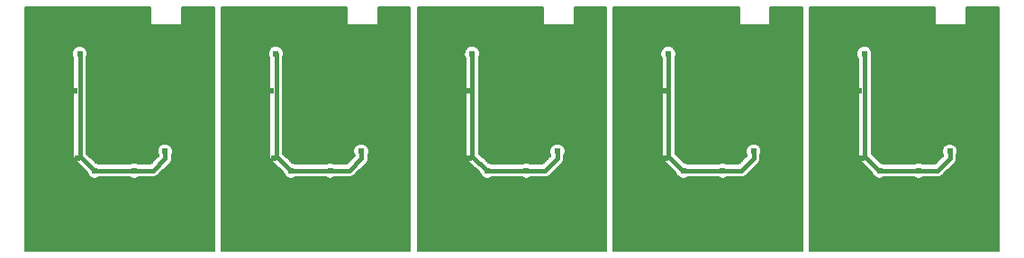
<source format=gbl>
G75*
G70*
%OFA0B0*%
%FSLAX25Y25*%
%IPPOS*%
%LPD*%
%AMOC8*
5,1,8,0,0,1.08239X$1,22.5*
%
%ADD11C,0.01600*%
%ADD13C,0.00600*%
%ADD16C,0.02100*%
%ADD33C,0.02400*%
X0010000Y0010000D02*
G75*
%LPD*%
D13*
X0011300Y0011300D02*
X0011300Y0101800D01*
X0057700Y0101800D01*
X0057700Y0095380D01*
X0057880Y0095200D01*
X0069120Y0095200D01*
X0069300Y0095380D01*
X0069300Y0101800D01*
X0081200Y0101800D01*
X0081200Y0011300D01*
X0011300Y0011300D01*
X0011300Y0011420D02*
X0081200Y0011420D01*
X0081200Y0012010D02*
X0011300Y0012010D01*
X0011300Y0012590D02*
X0081200Y0012590D01*
X0081200Y0013180D02*
X0011300Y0013180D01*
X0011300Y0013760D02*
X0081200Y0013760D01*
X0081200Y0014350D02*
X0011300Y0014350D01*
X0011300Y0014930D02*
X0081200Y0014930D01*
X0081200Y0015520D02*
X0011300Y0015520D01*
X0011300Y0016100D02*
X0081200Y0016100D01*
X0081200Y0016690D02*
X0011300Y0016690D01*
X0011300Y0017270D02*
X0081200Y0017270D01*
X0081200Y0017860D02*
X0011300Y0017860D01*
X0011300Y0018440D02*
X0081200Y0018440D01*
X0081200Y0019030D02*
X0011300Y0019030D01*
X0011300Y0019610D02*
X0081200Y0019610D01*
X0081200Y0020200D02*
X0011300Y0020200D01*
X0011300Y0020780D02*
X0081200Y0020780D01*
X0081200Y0021370D02*
X0011300Y0021370D01*
X0011300Y0021950D02*
X0081200Y0021950D01*
X0081200Y0022540D02*
X0011300Y0022540D01*
X0011300Y0023120D02*
X0081200Y0023120D01*
X0081200Y0023710D02*
X0011300Y0023710D01*
X0011300Y0024290D02*
X0081200Y0024290D01*
X0081200Y0024880D02*
X0011300Y0024880D01*
X0011300Y0025460D02*
X0081200Y0025460D01*
X0081200Y0026050D02*
X0011300Y0026050D01*
X0011300Y0026630D02*
X0081200Y0026630D01*
X0081200Y0027220D02*
X0011300Y0027220D01*
X0011300Y0027800D02*
X0081200Y0027800D01*
X0081200Y0028390D02*
X0011300Y0028390D01*
X0011300Y0028970D02*
X0081200Y0028970D01*
X0081200Y0029560D02*
X0011300Y0029560D01*
X0011300Y0030140D02*
X0081200Y0030140D01*
X0081200Y0030730D02*
X0011300Y0030730D01*
X0011300Y0031310D02*
X0081200Y0031310D01*
X0081200Y0031900D02*
X0011300Y0031900D01*
X0011300Y0032480D02*
X0081200Y0032480D01*
X0081200Y0033070D02*
X0011300Y0033070D01*
X0011300Y0033650D02*
X0081200Y0033650D01*
X0081200Y0034240D02*
X0011300Y0034240D01*
X0011300Y0034820D02*
X0081200Y0034820D01*
X0081200Y0035410D02*
X0011300Y0035410D01*
X0011300Y0035990D02*
X0081200Y0035990D01*
X0081200Y0036580D02*
X0011300Y0036580D01*
X0011300Y0037160D02*
X0081200Y0037160D01*
X0081200Y0037750D02*
X0011300Y0037750D01*
X0011300Y0038330D02*
X0036210Y0038330D01*
X0036520Y0038200D02*
X0035460Y0038640D01*
X0034640Y0039460D01*
X0034310Y0040250D01*
X0030190Y0044380D01*
X0029480Y0045090D01*
X0029100Y0046000D01*
X0029100Y0082800D01*
X0029040Y0082860D01*
X0028600Y0083920D01*
X0028600Y0085080D01*
X0029040Y0086140D01*
X0029860Y0086960D01*
X0030920Y0087400D01*
X0032080Y0087400D01*
X0033140Y0086960D01*
X0033960Y0086140D01*
X0034400Y0085080D01*
X0034400Y0083920D01*
X0034100Y0083200D01*
X0034100Y0047530D01*
X0037630Y0044000D01*
X0037680Y0044000D01*
X0038640Y0043600D01*
X0050060Y0043600D01*
X0051020Y0044000D01*
X0052180Y0044000D01*
X0053140Y0043600D01*
X0057570Y0043600D01*
X0060600Y0046630D01*
X0060600Y0046760D01*
X0060200Y0047720D01*
X0060200Y0048880D01*
X0060640Y0049940D01*
X0061460Y0050760D01*
X0062520Y0051200D01*
X0063680Y0051200D01*
X0064740Y0050760D01*
X0065560Y0049940D01*
X0066000Y0048880D01*
X0066000Y0047720D01*
X0065600Y0046760D01*
X0065600Y0045100D01*
X0065220Y0044190D01*
X0060720Y0039690D01*
X0060010Y0038980D01*
X0059100Y0038600D01*
X0053140Y0038600D01*
X0052180Y0038200D01*
X0051020Y0038200D01*
X0050060Y0038600D01*
X0038640Y0038600D01*
X0037680Y0038200D01*
X0036520Y0038200D01*
X0037990Y0038330D02*
X0050710Y0038330D01*
X0052490Y0038330D02*
X0081200Y0038330D01*
X0081200Y0038920D02*
X0059850Y0038920D01*
X0060530Y0039500D02*
X0081200Y0039500D01*
X0081200Y0040090D02*
X0061120Y0040090D01*
X0061700Y0040670D02*
X0081200Y0040670D01*
X0081200Y0041260D02*
X0062290Y0041260D01*
X0062870Y0041840D02*
X0081200Y0041840D01*
X0081200Y0042430D02*
X0063460Y0042430D01*
X0064040Y0043010D02*
X0081200Y0043010D01*
X0081200Y0043600D02*
X0064630Y0043600D01*
X0065210Y0044180D02*
X0081200Y0044180D01*
X0081200Y0044770D02*
X0065460Y0044770D01*
X0065600Y0045350D02*
X0081200Y0045350D01*
X0081200Y0045940D02*
X0065600Y0045940D01*
X0065600Y0046520D02*
X0081200Y0046520D01*
X0081200Y0047110D02*
X0065740Y0047110D01*
X0065980Y0047690D02*
X0081200Y0047690D01*
X0081200Y0048280D02*
X0066000Y0048280D01*
X0066000Y0048860D02*
X0081200Y0048860D01*
X0081200Y0049450D02*
X0065760Y0049450D01*
X0065470Y0050030D02*
X0081200Y0050030D01*
X0081200Y0050620D02*
X0064880Y0050620D01*
X0061320Y0050620D02*
X0034100Y0050620D01*
X0034100Y0051200D02*
X0081200Y0051200D01*
X0081200Y0051790D02*
X0034100Y0051790D01*
X0034100Y0052370D02*
X0081200Y0052370D01*
X0081200Y0052960D02*
X0034100Y0052960D01*
X0034100Y0053540D02*
X0081200Y0053540D01*
X0081200Y0054130D02*
X0034100Y0054130D01*
X0034100Y0054710D02*
X0081200Y0054710D01*
X0081200Y0055300D02*
X0034100Y0055300D01*
X0034100Y0055880D02*
X0081200Y0055880D01*
X0081200Y0056470D02*
X0034100Y0056470D01*
X0034100Y0057050D02*
X0081200Y0057050D01*
X0081200Y0057640D02*
X0034100Y0057640D01*
X0034100Y0058220D02*
X0081200Y0058220D01*
X0081200Y0058810D02*
X0034100Y0058810D01*
X0034100Y0059390D02*
X0081200Y0059390D01*
X0081200Y0059980D02*
X0034100Y0059980D01*
X0034100Y0060560D02*
X0081200Y0060560D01*
X0081200Y0061150D02*
X0034100Y0061150D01*
X0034100Y0061730D02*
X0081200Y0061730D01*
X0081200Y0062320D02*
X0034100Y0062320D01*
X0034100Y0062900D02*
X0081200Y0062900D01*
X0081200Y0063490D02*
X0034100Y0063490D01*
X0034100Y0064070D02*
X0081200Y0064070D01*
X0081200Y0064660D02*
X0034100Y0064660D01*
X0034100Y0065240D02*
X0081200Y0065240D01*
X0081200Y0065830D02*
X0034100Y0065830D01*
X0034100Y0066410D02*
X0081200Y0066410D01*
X0081200Y0067000D02*
X0034100Y0067000D01*
X0034100Y0067580D02*
X0081200Y0067580D01*
X0081200Y0068170D02*
X0034100Y0068170D01*
X0034100Y0068750D02*
X0081200Y0068750D01*
X0081200Y0069340D02*
X0034100Y0069340D01*
X0034100Y0069920D02*
X0081200Y0069920D01*
X0081200Y0070510D02*
X0034100Y0070510D01*
X0034100Y0071090D02*
X0081200Y0071090D01*
X0081200Y0071680D02*
X0034100Y0071680D01*
X0034100Y0072260D02*
X0081200Y0072260D01*
X0081200Y0072850D02*
X0034100Y0072850D01*
X0034100Y0073430D02*
X0081200Y0073430D01*
X0081200Y0074020D02*
X0034100Y0074020D01*
X0034100Y0074600D02*
X0081200Y0074600D01*
X0081200Y0075190D02*
X0034100Y0075190D01*
X0034100Y0075770D02*
X0081200Y0075770D01*
X0081200Y0076360D02*
X0034100Y0076360D01*
X0034100Y0076940D02*
X0081200Y0076940D01*
X0081200Y0077530D02*
X0034100Y0077530D01*
X0034100Y0078110D02*
X0081200Y0078110D01*
X0081200Y0078700D02*
X0034100Y0078700D01*
X0034100Y0079280D02*
X0081200Y0079280D01*
X0081200Y0079870D02*
X0034100Y0079870D01*
X0034100Y0080450D02*
X0081200Y0080450D01*
X0081200Y0081040D02*
X0034100Y0081040D01*
X0034100Y0081620D02*
X0081200Y0081620D01*
X0081200Y0082210D02*
X0034100Y0082210D01*
X0034100Y0082790D02*
X0081200Y0082790D01*
X0081200Y0083380D02*
X0034170Y0083380D01*
X0034400Y0083960D02*
X0081200Y0083960D01*
X0081200Y0084550D02*
X0034400Y0084550D01*
X0034380Y0085130D02*
X0081200Y0085130D01*
X0081200Y0085720D02*
X0034130Y0085720D01*
X0033800Y0086300D02*
X0081200Y0086300D01*
X0081200Y0086890D02*
X0033210Y0086890D01*
X0029790Y0086890D02*
X0011300Y0086890D01*
X0011300Y0087470D02*
X0081200Y0087470D01*
X0081200Y0088060D02*
X0011300Y0088060D01*
X0011300Y0088640D02*
X0081200Y0088640D01*
X0081200Y0089230D02*
X0011300Y0089230D01*
X0011300Y0089810D02*
X0081200Y0089810D01*
X0081200Y0090400D02*
X0011300Y0090400D01*
X0011300Y0090980D02*
X0081200Y0090980D01*
X0081200Y0091570D02*
X0011300Y0091570D01*
X0011300Y0092150D02*
X0081200Y0092150D01*
X0081200Y0092740D02*
X0011300Y0092740D01*
X0011300Y0093320D02*
X0081200Y0093320D01*
X0081200Y0093910D02*
X0011300Y0093910D01*
X0011300Y0094490D02*
X0081200Y0094490D01*
X0081200Y0095080D02*
X0011300Y0095080D01*
X0011300Y0095660D02*
X0057700Y0095660D01*
X0057700Y0096250D02*
X0011300Y0096250D01*
X0011300Y0096830D02*
X0057700Y0096830D01*
X0057700Y0097420D02*
X0011300Y0097420D01*
X0011300Y0098000D02*
X0057700Y0098000D01*
X0057700Y0098590D02*
X0011300Y0098590D01*
X0011300Y0099170D02*
X0057700Y0099170D01*
X0057700Y0099760D02*
X0011300Y0099760D01*
X0011300Y0100340D02*
X0057700Y0100340D01*
X0057700Y0100930D02*
X0011300Y0100930D01*
X0011300Y0101510D02*
X0057700Y0101510D01*
X0069300Y0101510D02*
X0081200Y0101510D01*
X0081200Y0100930D02*
X0069300Y0100930D01*
X0069300Y0100340D02*
X0081200Y0100340D01*
X0081200Y0099760D02*
X0069300Y0099760D01*
X0069300Y0099170D02*
X0081200Y0099170D01*
X0081200Y0098590D02*
X0069300Y0098590D01*
X0069300Y0098000D02*
X0081200Y0098000D01*
X0081200Y0097420D02*
X0069300Y0097420D01*
X0069300Y0096830D02*
X0081200Y0096830D01*
X0081200Y0096250D02*
X0069300Y0096250D01*
X0069300Y0095660D02*
X0081200Y0095660D01*
X0060730Y0050030D02*
X0034100Y0050030D01*
X0034100Y0049450D02*
X0060440Y0049450D01*
X0060200Y0048860D02*
X0034100Y0048860D01*
X0034100Y0048280D02*
X0060200Y0048280D01*
X0060220Y0047690D02*
X0034100Y0047690D01*
X0034530Y0047110D02*
X0060460Y0047110D01*
X0060490Y0046520D02*
X0035110Y0046520D01*
X0035700Y0045940D02*
X0059900Y0045940D01*
X0059320Y0045350D02*
X0036280Y0045350D01*
X0036870Y0044770D02*
X0058730Y0044770D01*
X0058150Y0044180D02*
X0037450Y0044180D01*
X0034380Y0040090D02*
X0011300Y0040090D01*
X0011300Y0040670D02*
X0033900Y0040670D01*
X0033310Y0041260D02*
X0011300Y0041260D01*
X0011300Y0041840D02*
X0032730Y0041840D01*
X0032140Y0042430D02*
X0011300Y0042430D01*
X0011300Y0043010D02*
X0031560Y0043010D01*
X0030970Y0043600D02*
X0011300Y0043600D01*
X0011300Y0044180D02*
X0030390Y0044180D01*
X0029800Y0044770D02*
X0011300Y0044770D01*
X0011300Y0045350D02*
X0029370Y0045350D01*
X0029130Y0045940D02*
X0011300Y0045940D01*
X0011300Y0046520D02*
X0029100Y0046520D01*
X0029100Y0047110D02*
X0011300Y0047110D01*
X0011300Y0047690D02*
X0029100Y0047690D01*
X0029100Y0048280D02*
X0011300Y0048280D01*
X0011300Y0048860D02*
X0029100Y0048860D01*
X0029100Y0049450D02*
X0011300Y0049450D01*
X0011300Y0050030D02*
X0029100Y0050030D01*
X0029100Y0050620D02*
X0011300Y0050620D01*
X0011300Y0051200D02*
X0029100Y0051200D01*
X0029100Y0051790D02*
X0011300Y0051790D01*
X0011300Y0052370D02*
X0029100Y0052370D01*
X0029100Y0052960D02*
X0011300Y0052960D01*
X0011300Y0053540D02*
X0029100Y0053540D01*
X0029100Y0054130D02*
X0011300Y0054130D01*
X0011300Y0054710D02*
X0029100Y0054710D01*
X0029100Y0055300D02*
X0011300Y0055300D01*
X0011300Y0055880D02*
X0029100Y0055880D01*
X0029100Y0056470D02*
X0011300Y0056470D01*
X0011300Y0057050D02*
X0029100Y0057050D01*
X0029100Y0057640D02*
X0011300Y0057640D01*
X0011300Y0058220D02*
X0029100Y0058220D01*
X0029100Y0058810D02*
X0011300Y0058810D01*
X0011300Y0059390D02*
X0029100Y0059390D01*
X0029100Y0059980D02*
X0011300Y0059980D01*
X0011300Y0060560D02*
X0029100Y0060560D01*
X0029100Y0061150D02*
X0011300Y0061150D01*
X0011300Y0061730D02*
X0029100Y0061730D01*
X0029100Y0062320D02*
X0011300Y0062320D01*
X0011300Y0062900D02*
X0029100Y0062900D01*
X0029100Y0063490D02*
X0011300Y0063490D01*
X0011300Y0064070D02*
X0029100Y0064070D01*
X0029100Y0064660D02*
X0011300Y0064660D01*
X0011300Y0065240D02*
X0029100Y0065240D01*
X0029100Y0065830D02*
X0011300Y0065830D01*
X0011300Y0066410D02*
X0029100Y0066410D01*
X0029100Y0067000D02*
X0011300Y0067000D01*
X0011300Y0067580D02*
X0029100Y0067580D01*
X0029100Y0068170D02*
X0011300Y0068170D01*
X0011300Y0068750D02*
X0029100Y0068750D01*
X0029100Y0069340D02*
X0011300Y0069340D01*
X0011300Y0069920D02*
X0029100Y0069920D01*
X0029100Y0070510D02*
X0011300Y0070510D01*
X0011300Y0071090D02*
X0029100Y0071090D01*
X0029100Y0071680D02*
X0011300Y0071680D01*
X0011300Y0072260D02*
X0029100Y0072260D01*
X0029100Y0072850D02*
X0011300Y0072850D01*
X0011300Y0073430D02*
X0029100Y0073430D01*
X0029100Y0074020D02*
X0011300Y0074020D01*
X0011300Y0074600D02*
X0029100Y0074600D01*
X0029100Y0075190D02*
X0011300Y0075190D01*
X0011300Y0075770D02*
X0029100Y0075770D01*
X0029100Y0076360D02*
X0011300Y0076360D01*
X0011300Y0076940D02*
X0029100Y0076940D01*
X0029100Y0077530D02*
X0011300Y0077530D01*
X0011300Y0078110D02*
X0029100Y0078110D01*
X0029100Y0078700D02*
X0011300Y0078700D01*
X0011300Y0079280D02*
X0029100Y0079280D01*
X0029100Y0079870D02*
X0011300Y0079870D01*
X0011300Y0080450D02*
X0029100Y0080450D01*
X0029100Y0081040D02*
X0011300Y0081040D01*
X0011300Y0081620D02*
X0029100Y0081620D01*
X0029100Y0082210D02*
X0011300Y0082210D01*
X0011300Y0082790D02*
X0029100Y0082790D01*
X0028830Y0083380D02*
X0011300Y0083380D01*
X0011300Y0083960D02*
X0028600Y0083960D01*
X0028600Y0084550D02*
X0011300Y0084550D01*
X0011300Y0085130D02*
X0028620Y0085130D01*
X0028870Y0085720D02*
X0011300Y0085720D01*
X0011300Y0086300D02*
X0029200Y0086300D01*
X0034630Y0039500D02*
X0011300Y0039500D01*
X0011300Y0038920D02*
X0035190Y0038920D01*
D33*
X0037100Y0041100D03*
X0030600Y0045600D03*
X0028000Y0050000D03*
X0029100Y0040200D03*
X0038000Y0052100D03*
X0038000Y0055500D03*
X0038000Y0059000D03*
X0038000Y0062400D03*
X0038000Y0065900D03*
X0041400Y0065900D03*
X0041400Y0062400D03*
X0041400Y0059000D03*
X0041400Y0055500D03*
X0041400Y0052100D03*
X0044800Y0052100D03*
X0044800Y0055500D03*
X0044800Y0059000D03*
X0044800Y0062400D03*
X0044800Y0065900D03*
X0048200Y0065900D03*
X0051600Y0065900D03*
X0051600Y0062400D03*
X0048200Y0062400D03*
X0048200Y0059000D03*
X0051600Y0059000D03*
X0051600Y0055500D03*
X0048200Y0055500D03*
X0048200Y0052100D03*
X0051600Y0052100D03*
X0051600Y0041100D03*
X0057000Y0034000D03*
X0051500Y0028000D03*
X0051500Y0023000D03*
X0043700Y0028000D03*
X0036000Y0014000D03*
X0028000Y0014000D03*
X0031000Y0024800D03*
X0013000Y0023600D03*
X0013000Y0014000D03*
X0013000Y0033600D03*
X0013000Y0043600D03*
X0013000Y0053600D03*
X0013000Y0063600D03*
X0013000Y0073200D03*
X0013000Y0084000D03*
X0013000Y0089500D03*
X0013000Y0094000D03*
X0017500Y0094000D03*
X0021500Y0094000D03*
X0021500Y0089500D03*
X0026000Y0094000D03*
X0031000Y0094000D03*
X0036000Y0094000D03*
X0038000Y0088000D03*
X0041000Y0094000D03*
X0046000Y0094000D03*
X0051000Y0094000D03*
X0066000Y0094000D03*
X0070000Y0094000D03*
X0074500Y0094000D03*
X0079000Y0094000D03*
X0080000Y0088000D03*
X0080000Y0082000D03*
X0080000Y0074000D03*
X0080000Y0064000D03*
X0080000Y0054000D03*
X0080000Y0044000D03*
X0080000Y0034000D03*
X0080000Y0024000D03*
X0080000Y0014000D03*
X0067900Y0014000D03*
X0068000Y0024000D03*
X0068000Y0034000D03*
X0068000Y0042500D03*
X0067500Y0048500D03*
X0063100Y0048300D03*
X0068000Y0066000D03*
X0031500Y0084500D03*
X0028000Y0088000D03*
X0027700Y0080000D03*
X0029700Y0070800D03*
X0028000Y0066000D03*
X0051500Y0014000D03*
D16*
X0032700Y0099000D03*
D11*
X0031500Y0084500D02*
X0031600Y0084400D01*
X0031600Y0046500D01*
X0037000Y0041100D01*
X0037100Y0041100D01*
X0051600Y0041100D01*
X0058600Y0041100D01*
X0063100Y0045600D01*
X0063100Y0048300D01*
X0082600Y0010000D02*
G75*
%LPD*%
D13*
X0083900Y0011300D02*
X0083900Y0101800D01*
X0130300Y0101800D01*
X0130300Y0095380D01*
X0130480Y0095200D01*
X0141720Y0095200D01*
X0141900Y0095380D01*
X0141900Y0101800D01*
X0153800Y0101800D01*
X0153800Y0011300D01*
X0083900Y0011300D01*
X0083900Y0011420D02*
X0153800Y0011420D01*
X0153800Y0012010D02*
X0083900Y0012010D01*
X0083900Y0012590D02*
X0153800Y0012590D01*
X0153800Y0013180D02*
X0083900Y0013180D01*
X0083900Y0013760D02*
X0153800Y0013760D01*
X0153800Y0014350D02*
X0083900Y0014350D01*
X0083900Y0014930D02*
X0153800Y0014930D01*
X0153800Y0015520D02*
X0083900Y0015520D01*
X0083900Y0016100D02*
X0153800Y0016100D01*
X0153800Y0016690D02*
X0083900Y0016690D01*
X0083900Y0017270D02*
X0153800Y0017270D01*
X0153800Y0017860D02*
X0083900Y0017860D01*
X0083900Y0018440D02*
X0153800Y0018440D01*
X0153800Y0019030D02*
X0083900Y0019030D01*
X0083900Y0019610D02*
X0153800Y0019610D01*
X0153800Y0020200D02*
X0083900Y0020200D01*
X0083900Y0020780D02*
X0153800Y0020780D01*
X0153800Y0021370D02*
X0083900Y0021370D01*
X0083900Y0021950D02*
X0153800Y0021950D01*
X0153800Y0022540D02*
X0083900Y0022540D01*
X0083900Y0023120D02*
X0153800Y0023120D01*
X0153800Y0023710D02*
X0083900Y0023710D01*
X0083900Y0024290D02*
X0153800Y0024290D01*
X0153800Y0024880D02*
X0083900Y0024880D01*
X0083900Y0025460D02*
X0153800Y0025460D01*
X0153800Y0026050D02*
X0083900Y0026050D01*
X0083900Y0026630D02*
X0153800Y0026630D01*
X0153800Y0027220D02*
X0083900Y0027220D01*
X0083900Y0027800D02*
X0153800Y0027800D01*
X0153800Y0028390D02*
X0083900Y0028390D01*
X0083900Y0028970D02*
X0153800Y0028970D01*
X0153800Y0029560D02*
X0083900Y0029560D01*
X0083900Y0030140D02*
X0153800Y0030140D01*
X0153800Y0030730D02*
X0083900Y0030730D01*
X0083900Y0031310D02*
X0153800Y0031310D01*
X0153800Y0031900D02*
X0083900Y0031900D01*
X0083900Y0032480D02*
X0153800Y0032480D01*
X0153800Y0033070D02*
X0083900Y0033070D01*
X0083900Y0033650D02*
X0153800Y0033650D01*
X0153800Y0034240D02*
X0083900Y0034240D01*
X0083900Y0034820D02*
X0153800Y0034820D01*
X0153800Y0035410D02*
X0083900Y0035410D01*
X0083900Y0035990D02*
X0153800Y0035990D01*
X0153800Y0036580D02*
X0083900Y0036580D01*
X0083900Y0037160D02*
X0153800Y0037160D01*
X0153800Y0037750D02*
X0083900Y0037750D01*
X0083900Y0038330D02*
X0108810Y0038330D01*
X0109120Y0038200D02*
X0108060Y0038640D01*
X0107240Y0039460D01*
X0106910Y0040250D01*
X0102790Y0044380D01*
X0102080Y0045090D01*
X0101700Y0046000D01*
X0101700Y0082800D01*
X0101640Y0082860D01*
X0101200Y0083920D01*
X0101200Y0085080D01*
X0101640Y0086140D01*
X0102460Y0086960D01*
X0103520Y0087400D01*
X0104680Y0087400D01*
X0105740Y0086960D01*
X0106560Y0086140D01*
X0107000Y0085080D01*
X0107000Y0083920D01*
X0106700Y0083200D01*
X0106700Y0047530D01*
X0110230Y0044000D01*
X0110280Y0044000D01*
X0111240Y0043600D01*
X0122660Y0043600D01*
X0123620Y0044000D01*
X0124780Y0044000D01*
X0125740Y0043600D01*
X0130170Y0043600D01*
X0133200Y0046630D01*
X0133200Y0046760D01*
X0132800Y0047720D01*
X0132800Y0048880D01*
X0133240Y0049940D01*
X0134060Y0050760D01*
X0135120Y0051200D01*
X0136280Y0051200D01*
X0137340Y0050760D01*
X0138160Y0049940D01*
X0138600Y0048880D01*
X0138600Y0047720D01*
X0138200Y0046760D01*
X0138200Y0045100D01*
X0137820Y0044190D01*
X0133320Y0039690D01*
X0132610Y0038980D01*
X0131700Y0038600D01*
X0125740Y0038600D01*
X0124780Y0038200D01*
X0123620Y0038200D01*
X0122660Y0038600D01*
X0111240Y0038600D01*
X0110280Y0038200D01*
X0109120Y0038200D01*
X0110590Y0038330D02*
X0123310Y0038330D01*
X0125090Y0038330D02*
X0153800Y0038330D01*
X0153800Y0038920D02*
X0132450Y0038920D01*
X0133130Y0039500D02*
X0153800Y0039500D01*
X0153800Y0040090D02*
X0133720Y0040090D01*
X0134300Y0040670D02*
X0153800Y0040670D01*
X0153800Y0041260D02*
X0134890Y0041260D01*
X0135470Y0041840D02*
X0153800Y0041840D01*
X0153800Y0042430D02*
X0136060Y0042430D01*
X0136640Y0043010D02*
X0153800Y0043010D01*
X0153800Y0043600D02*
X0137230Y0043600D01*
X0137810Y0044180D02*
X0153800Y0044180D01*
X0153800Y0044770D02*
X0138060Y0044770D01*
X0138200Y0045350D02*
X0153800Y0045350D01*
X0153800Y0045940D02*
X0138200Y0045940D01*
X0138200Y0046520D02*
X0153800Y0046520D01*
X0153800Y0047110D02*
X0138340Y0047110D01*
X0138580Y0047690D02*
X0153800Y0047690D01*
X0153800Y0048280D02*
X0138600Y0048280D01*
X0138600Y0048860D02*
X0153800Y0048860D01*
X0153800Y0049450D02*
X0138360Y0049450D01*
X0138070Y0050030D02*
X0153800Y0050030D01*
X0153800Y0050620D02*
X0137480Y0050620D01*
X0133920Y0050620D02*
X0106700Y0050620D01*
X0106700Y0051200D02*
X0153800Y0051200D01*
X0153800Y0051790D02*
X0106700Y0051790D01*
X0106700Y0052370D02*
X0153800Y0052370D01*
X0153800Y0052960D02*
X0106700Y0052960D01*
X0106700Y0053540D02*
X0153800Y0053540D01*
X0153800Y0054130D02*
X0106700Y0054130D01*
X0106700Y0054710D02*
X0153800Y0054710D01*
X0153800Y0055300D02*
X0106700Y0055300D01*
X0106700Y0055880D02*
X0153800Y0055880D01*
X0153800Y0056470D02*
X0106700Y0056470D01*
X0106700Y0057050D02*
X0153800Y0057050D01*
X0153800Y0057640D02*
X0106700Y0057640D01*
X0106700Y0058220D02*
X0153800Y0058220D01*
X0153800Y0058810D02*
X0106700Y0058810D01*
X0106700Y0059390D02*
X0153800Y0059390D01*
X0153800Y0059980D02*
X0106700Y0059980D01*
X0106700Y0060560D02*
X0153800Y0060560D01*
X0153800Y0061150D02*
X0106700Y0061150D01*
X0106700Y0061730D02*
X0153800Y0061730D01*
X0153800Y0062320D02*
X0106700Y0062320D01*
X0106700Y0062900D02*
X0153800Y0062900D01*
X0153800Y0063490D02*
X0106700Y0063490D01*
X0106700Y0064070D02*
X0153800Y0064070D01*
X0153800Y0064660D02*
X0106700Y0064660D01*
X0106700Y0065240D02*
X0153800Y0065240D01*
X0153800Y0065830D02*
X0106700Y0065830D01*
X0106700Y0066410D02*
X0153800Y0066410D01*
X0153800Y0067000D02*
X0106700Y0067000D01*
X0106700Y0067580D02*
X0153800Y0067580D01*
X0153800Y0068170D02*
X0106700Y0068170D01*
X0106700Y0068750D02*
X0153800Y0068750D01*
X0153800Y0069340D02*
X0106700Y0069340D01*
X0106700Y0069920D02*
X0153800Y0069920D01*
X0153800Y0070510D02*
X0106700Y0070510D01*
X0106700Y0071090D02*
X0153800Y0071090D01*
X0153800Y0071680D02*
X0106700Y0071680D01*
X0106700Y0072260D02*
X0153800Y0072260D01*
X0153800Y0072850D02*
X0106700Y0072850D01*
X0106700Y0073430D02*
X0153800Y0073430D01*
X0153800Y0074020D02*
X0106700Y0074020D01*
X0106700Y0074600D02*
X0153800Y0074600D01*
X0153800Y0075190D02*
X0106700Y0075190D01*
X0106700Y0075770D02*
X0153800Y0075770D01*
X0153800Y0076360D02*
X0106700Y0076360D01*
X0106700Y0076940D02*
X0153800Y0076940D01*
X0153800Y0077530D02*
X0106700Y0077530D01*
X0106700Y0078110D02*
X0153800Y0078110D01*
X0153800Y0078700D02*
X0106700Y0078700D01*
X0106700Y0079280D02*
X0153800Y0079280D01*
X0153800Y0079870D02*
X0106700Y0079870D01*
X0106700Y0080450D02*
X0153800Y0080450D01*
X0153800Y0081040D02*
X0106700Y0081040D01*
X0106700Y0081620D02*
X0153800Y0081620D01*
X0153800Y0082210D02*
X0106700Y0082210D01*
X0106700Y0082790D02*
X0153800Y0082790D01*
X0153800Y0083380D02*
X0106770Y0083380D01*
X0107000Y0083960D02*
X0153800Y0083960D01*
X0153800Y0084550D02*
X0107000Y0084550D01*
X0106980Y0085130D02*
X0153800Y0085130D01*
X0153800Y0085720D02*
X0106730Y0085720D01*
X0106400Y0086300D02*
X0153800Y0086300D01*
X0153800Y0086890D02*
X0105810Y0086890D01*
X0102390Y0086890D02*
X0083900Y0086890D01*
X0083900Y0087470D02*
X0153800Y0087470D01*
X0153800Y0088060D02*
X0083900Y0088060D01*
X0083900Y0088640D02*
X0153800Y0088640D01*
X0153800Y0089230D02*
X0083900Y0089230D01*
X0083900Y0089810D02*
X0153800Y0089810D01*
X0153800Y0090400D02*
X0083900Y0090400D01*
X0083900Y0090980D02*
X0153800Y0090980D01*
X0153800Y0091570D02*
X0083900Y0091570D01*
X0083900Y0092150D02*
X0153800Y0092150D01*
X0153800Y0092740D02*
X0083900Y0092740D01*
X0083900Y0093320D02*
X0153800Y0093320D01*
X0153800Y0093910D02*
X0083900Y0093910D01*
X0083900Y0094490D02*
X0153800Y0094490D01*
X0153800Y0095080D02*
X0083900Y0095080D01*
X0083900Y0095660D02*
X0130300Y0095660D01*
X0130300Y0096250D02*
X0083900Y0096250D01*
X0083900Y0096830D02*
X0130300Y0096830D01*
X0130300Y0097420D02*
X0083900Y0097420D01*
X0083900Y0098000D02*
X0130300Y0098000D01*
X0130300Y0098590D02*
X0083900Y0098590D01*
X0083900Y0099170D02*
X0130300Y0099170D01*
X0130300Y0099760D02*
X0083900Y0099760D01*
X0083900Y0100340D02*
X0130300Y0100340D01*
X0130300Y0100930D02*
X0083900Y0100930D01*
X0083900Y0101510D02*
X0130300Y0101510D01*
X0141900Y0101510D02*
X0153800Y0101510D01*
X0153800Y0100930D02*
X0141900Y0100930D01*
X0141900Y0100340D02*
X0153800Y0100340D01*
X0153800Y0099760D02*
X0141900Y0099760D01*
X0141900Y0099170D02*
X0153800Y0099170D01*
X0153800Y0098590D02*
X0141900Y0098590D01*
X0141900Y0098000D02*
X0153800Y0098000D01*
X0153800Y0097420D02*
X0141900Y0097420D01*
X0141900Y0096830D02*
X0153800Y0096830D01*
X0153800Y0096250D02*
X0141900Y0096250D01*
X0141900Y0095660D02*
X0153800Y0095660D01*
X0133330Y0050030D02*
X0106700Y0050030D01*
X0106700Y0049450D02*
X0133040Y0049450D01*
X0132800Y0048860D02*
X0106700Y0048860D01*
X0106700Y0048280D02*
X0132800Y0048280D01*
X0132820Y0047690D02*
X0106700Y0047690D01*
X0107130Y0047110D02*
X0133060Y0047110D01*
X0133090Y0046520D02*
X0107710Y0046520D01*
X0108300Y0045940D02*
X0132500Y0045940D01*
X0131920Y0045350D02*
X0108880Y0045350D01*
X0109470Y0044770D02*
X0131330Y0044770D01*
X0130750Y0044180D02*
X0110050Y0044180D01*
X0106980Y0040090D02*
X0083900Y0040090D01*
X0083900Y0040670D02*
X0106500Y0040670D01*
X0105910Y0041260D02*
X0083900Y0041260D01*
X0083900Y0041840D02*
X0105330Y0041840D01*
X0104740Y0042430D02*
X0083900Y0042430D01*
X0083900Y0043010D02*
X0104160Y0043010D01*
X0103570Y0043600D02*
X0083900Y0043600D01*
X0083900Y0044180D02*
X0102990Y0044180D01*
X0102400Y0044770D02*
X0083900Y0044770D01*
X0083900Y0045350D02*
X0101970Y0045350D01*
X0101730Y0045940D02*
X0083900Y0045940D01*
X0083900Y0046520D02*
X0101700Y0046520D01*
X0101700Y0047110D02*
X0083900Y0047110D01*
X0083900Y0047690D02*
X0101700Y0047690D01*
X0101700Y0048280D02*
X0083900Y0048280D01*
X0083900Y0048860D02*
X0101700Y0048860D01*
X0101700Y0049450D02*
X0083900Y0049450D01*
X0083900Y0050030D02*
X0101700Y0050030D01*
X0101700Y0050620D02*
X0083900Y0050620D01*
X0083900Y0051200D02*
X0101700Y0051200D01*
X0101700Y0051790D02*
X0083900Y0051790D01*
X0083900Y0052370D02*
X0101700Y0052370D01*
X0101700Y0052960D02*
X0083900Y0052960D01*
X0083900Y0053540D02*
X0101700Y0053540D01*
X0101700Y0054130D02*
X0083900Y0054130D01*
X0083900Y0054710D02*
X0101700Y0054710D01*
X0101700Y0055300D02*
X0083900Y0055300D01*
X0083900Y0055880D02*
X0101700Y0055880D01*
X0101700Y0056470D02*
X0083900Y0056470D01*
X0083900Y0057050D02*
X0101700Y0057050D01*
X0101700Y0057640D02*
X0083900Y0057640D01*
X0083900Y0058220D02*
X0101700Y0058220D01*
X0101700Y0058810D02*
X0083900Y0058810D01*
X0083900Y0059390D02*
X0101700Y0059390D01*
X0101700Y0059980D02*
X0083900Y0059980D01*
X0083900Y0060560D02*
X0101700Y0060560D01*
X0101700Y0061150D02*
X0083900Y0061150D01*
X0083900Y0061730D02*
X0101700Y0061730D01*
X0101700Y0062320D02*
X0083900Y0062320D01*
X0083900Y0062900D02*
X0101700Y0062900D01*
X0101700Y0063490D02*
X0083900Y0063490D01*
X0083900Y0064070D02*
X0101700Y0064070D01*
X0101700Y0064660D02*
X0083900Y0064660D01*
X0083900Y0065240D02*
X0101700Y0065240D01*
X0101700Y0065830D02*
X0083900Y0065830D01*
X0083900Y0066410D02*
X0101700Y0066410D01*
X0101700Y0067000D02*
X0083900Y0067000D01*
X0083900Y0067580D02*
X0101700Y0067580D01*
X0101700Y0068170D02*
X0083900Y0068170D01*
X0083900Y0068750D02*
X0101700Y0068750D01*
X0101700Y0069340D02*
X0083900Y0069340D01*
X0083900Y0069920D02*
X0101700Y0069920D01*
X0101700Y0070510D02*
X0083900Y0070510D01*
X0083900Y0071090D02*
X0101700Y0071090D01*
X0101700Y0071680D02*
X0083900Y0071680D01*
X0083900Y0072260D02*
X0101700Y0072260D01*
X0101700Y0072850D02*
X0083900Y0072850D01*
X0083900Y0073430D02*
X0101700Y0073430D01*
X0101700Y0074020D02*
X0083900Y0074020D01*
X0083900Y0074600D02*
X0101700Y0074600D01*
X0101700Y0075190D02*
X0083900Y0075190D01*
X0083900Y0075770D02*
X0101700Y0075770D01*
X0101700Y0076360D02*
X0083900Y0076360D01*
X0083900Y0076940D02*
X0101700Y0076940D01*
X0101700Y0077530D02*
X0083900Y0077530D01*
X0083900Y0078110D02*
X0101700Y0078110D01*
X0101700Y0078700D02*
X0083900Y0078700D01*
X0083900Y0079280D02*
X0101700Y0079280D01*
X0101700Y0079870D02*
X0083900Y0079870D01*
X0083900Y0080450D02*
X0101700Y0080450D01*
X0101700Y0081040D02*
X0083900Y0081040D01*
X0083900Y0081620D02*
X0101700Y0081620D01*
X0101700Y0082210D02*
X0083900Y0082210D01*
X0083900Y0082790D02*
X0101700Y0082790D01*
X0101430Y0083380D02*
X0083900Y0083380D01*
X0083900Y0083960D02*
X0101200Y0083960D01*
X0101200Y0084550D02*
X0083900Y0084550D01*
X0083900Y0085130D02*
X0101220Y0085130D01*
X0101470Y0085720D02*
X0083900Y0085720D01*
X0083900Y0086300D02*
X0101800Y0086300D01*
X0107230Y0039500D02*
X0083900Y0039500D01*
X0083900Y0038920D02*
X0107790Y0038920D01*
D33*
X0109700Y0041100D03*
X0103200Y0045600D03*
X0100600Y0050000D03*
X0101700Y0040200D03*
X0110600Y0052100D03*
X0110600Y0055500D03*
X0110600Y0059000D03*
X0110600Y0062400D03*
X0110600Y0065900D03*
X0114000Y0065900D03*
X0114000Y0062400D03*
X0114000Y0059000D03*
X0114000Y0055500D03*
X0114000Y0052100D03*
X0117400Y0052100D03*
X0117400Y0055500D03*
X0117400Y0059000D03*
X0117400Y0062400D03*
X0117400Y0065900D03*
X0120800Y0065900D03*
X0124200Y0065900D03*
X0124200Y0062400D03*
X0120800Y0062400D03*
X0120800Y0059000D03*
X0124200Y0059000D03*
X0124200Y0055500D03*
X0120800Y0055500D03*
X0120800Y0052100D03*
X0124200Y0052100D03*
X0124200Y0041100D03*
X0129600Y0034000D03*
X0124100Y0028000D03*
X0124100Y0023000D03*
X0116300Y0028000D03*
X0108600Y0014000D03*
X0100600Y0014000D03*
X0103600Y0024800D03*
X0085600Y0023600D03*
X0085600Y0014000D03*
X0085600Y0033600D03*
X0085600Y0043600D03*
X0085600Y0053600D03*
X0085600Y0063600D03*
X0085600Y0073200D03*
X0085600Y0084000D03*
X0085600Y0089500D03*
X0085600Y0094000D03*
X0090100Y0094000D03*
X0094100Y0094000D03*
X0094100Y0089500D03*
X0098600Y0094000D03*
X0103600Y0094000D03*
X0108600Y0094000D03*
X0110600Y0088000D03*
X0113600Y0094000D03*
X0118600Y0094000D03*
X0123600Y0094000D03*
X0138600Y0094000D03*
X0142600Y0094000D03*
X0147100Y0094000D03*
X0151600Y0094000D03*
X0152600Y0088000D03*
X0152600Y0082000D03*
X0152600Y0074000D03*
X0152600Y0064000D03*
X0152600Y0054000D03*
X0152600Y0044000D03*
X0152600Y0034000D03*
X0152600Y0024000D03*
X0152600Y0014000D03*
X0140500Y0014000D03*
X0140600Y0024000D03*
X0140600Y0034000D03*
X0140600Y0042500D03*
X0140100Y0048500D03*
X0135700Y0048300D03*
X0140600Y0066000D03*
X0104100Y0084500D03*
X0100600Y0088000D03*
X0100300Y0080000D03*
X0102300Y0070800D03*
X0100600Y0066000D03*
X0124100Y0014000D03*
D16*
X0105300Y0099000D03*
D11*
X0104100Y0084500D02*
X0104200Y0084400D01*
X0104200Y0046500D01*
X0109600Y0041100D01*
X0109700Y0041100D01*
X0124200Y0041100D01*
X0131200Y0041100D01*
X0135700Y0045600D01*
X0135700Y0048300D01*
X0155200Y0010000D02*
G75*
%LPD*%
D13*
X0156500Y0011300D02*
X0156500Y0101800D01*
X0202900Y0101800D01*
X0202900Y0095380D01*
X0203080Y0095200D01*
X0214320Y0095200D01*
X0214500Y0095380D01*
X0214500Y0101800D01*
X0226400Y0101800D01*
X0226400Y0011300D01*
X0156500Y0011300D01*
X0156500Y0011420D02*
X0226400Y0011420D01*
X0226400Y0012010D02*
X0156500Y0012010D01*
X0156500Y0012590D02*
X0226400Y0012590D01*
X0226400Y0013180D02*
X0156500Y0013180D01*
X0156500Y0013760D02*
X0226400Y0013760D01*
X0226400Y0014350D02*
X0156500Y0014350D01*
X0156500Y0014930D02*
X0226400Y0014930D01*
X0226400Y0015520D02*
X0156500Y0015520D01*
X0156500Y0016100D02*
X0226400Y0016100D01*
X0226400Y0016690D02*
X0156500Y0016690D01*
X0156500Y0017270D02*
X0226400Y0017270D01*
X0226400Y0017860D02*
X0156500Y0017860D01*
X0156500Y0018440D02*
X0226400Y0018440D01*
X0226400Y0019030D02*
X0156500Y0019030D01*
X0156500Y0019610D02*
X0226400Y0019610D01*
X0226400Y0020200D02*
X0156500Y0020200D01*
X0156500Y0020780D02*
X0226400Y0020780D01*
X0226400Y0021370D02*
X0156500Y0021370D01*
X0156500Y0021950D02*
X0226400Y0021950D01*
X0226400Y0022540D02*
X0156500Y0022540D01*
X0156500Y0023120D02*
X0226400Y0023120D01*
X0226400Y0023710D02*
X0156500Y0023710D01*
X0156500Y0024290D02*
X0226400Y0024290D01*
X0226400Y0024880D02*
X0156500Y0024880D01*
X0156500Y0025460D02*
X0226400Y0025460D01*
X0226400Y0026050D02*
X0156500Y0026050D01*
X0156500Y0026630D02*
X0226400Y0026630D01*
X0226400Y0027220D02*
X0156500Y0027220D01*
X0156500Y0027800D02*
X0226400Y0027800D01*
X0226400Y0028390D02*
X0156500Y0028390D01*
X0156500Y0028970D02*
X0226400Y0028970D01*
X0226400Y0029560D02*
X0156500Y0029560D01*
X0156500Y0030140D02*
X0226400Y0030140D01*
X0226400Y0030730D02*
X0156500Y0030730D01*
X0156500Y0031310D02*
X0226400Y0031310D01*
X0226400Y0031900D02*
X0156500Y0031900D01*
X0156500Y0032480D02*
X0226400Y0032480D01*
X0226400Y0033070D02*
X0156500Y0033070D01*
X0156500Y0033650D02*
X0226400Y0033650D01*
X0226400Y0034240D02*
X0156500Y0034240D01*
X0156500Y0034820D02*
X0226400Y0034820D01*
X0226400Y0035410D02*
X0156500Y0035410D01*
X0156500Y0035990D02*
X0226400Y0035990D01*
X0226400Y0036580D02*
X0156500Y0036580D01*
X0156500Y0037160D02*
X0226400Y0037160D01*
X0226400Y0037750D02*
X0156500Y0037750D01*
X0156500Y0038330D02*
X0181410Y0038330D01*
X0181720Y0038200D02*
X0180660Y0038640D01*
X0179840Y0039460D01*
X0179510Y0040250D01*
X0175390Y0044380D01*
X0174680Y0045090D01*
X0174300Y0046000D01*
X0174300Y0082800D01*
X0174240Y0082860D01*
X0173800Y0083920D01*
X0173800Y0085080D01*
X0174240Y0086140D01*
X0175060Y0086960D01*
X0176120Y0087400D01*
X0177280Y0087400D01*
X0178340Y0086960D01*
X0179160Y0086140D01*
X0179600Y0085080D01*
X0179600Y0083920D01*
X0179300Y0083200D01*
X0179300Y0047530D01*
X0182830Y0044000D01*
X0182880Y0044000D01*
X0183840Y0043600D01*
X0195260Y0043600D01*
X0196220Y0044000D01*
X0197380Y0044000D01*
X0198340Y0043600D01*
X0202770Y0043600D01*
X0205800Y0046630D01*
X0205800Y0046760D01*
X0205400Y0047720D01*
X0205400Y0048880D01*
X0205840Y0049940D01*
X0206660Y0050760D01*
X0207720Y0051200D01*
X0208880Y0051200D01*
X0209940Y0050760D01*
X0210760Y0049940D01*
X0211200Y0048880D01*
X0211200Y0047720D01*
X0210800Y0046760D01*
X0210800Y0045100D01*
X0210420Y0044190D01*
X0205920Y0039690D01*
X0205210Y0038980D01*
X0204300Y0038600D01*
X0198340Y0038600D01*
X0197380Y0038200D01*
X0196220Y0038200D01*
X0195260Y0038600D01*
X0183840Y0038600D01*
X0182880Y0038200D01*
X0181720Y0038200D01*
X0183190Y0038330D02*
X0195910Y0038330D01*
X0197690Y0038330D02*
X0226400Y0038330D01*
X0226400Y0038920D02*
X0205050Y0038920D01*
X0205730Y0039500D02*
X0226400Y0039500D01*
X0226400Y0040090D02*
X0206320Y0040090D01*
X0206900Y0040670D02*
X0226400Y0040670D01*
X0226400Y0041260D02*
X0207490Y0041260D01*
X0208070Y0041840D02*
X0226400Y0041840D01*
X0226400Y0042430D02*
X0208660Y0042430D01*
X0209240Y0043010D02*
X0226400Y0043010D01*
X0226400Y0043600D02*
X0209830Y0043600D01*
X0210410Y0044180D02*
X0226400Y0044180D01*
X0226400Y0044770D02*
X0210660Y0044770D01*
X0210800Y0045350D02*
X0226400Y0045350D01*
X0226400Y0045940D02*
X0210800Y0045940D01*
X0210800Y0046520D02*
X0226400Y0046520D01*
X0226400Y0047110D02*
X0210940Y0047110D01*
X0211180Y0047690D02*
X0226400Y0047690D01*
X0226400Y0048280D02*
X0211200Y0048280D01*
X0211200Y0048860D02*
X0226400Y0048860D01*
X0226400Y0049450D02*
X0210960Y0049450D01*
X0210670Y0050030D02*
X0226400Y0050030D01*
X0226400Y0050620D02*
X0210080Y0050620D01*
X0206520Y0050620D02*
X0179300Y0050620D01*
X0179300Y0051200D02*
X0226400Y0051200D01*
X0226400Y0051790D02*
X0179300Y0051790D01*
X0179300Y0052370D02*
X0226400Y0052370D01*
X0226400Y0052960D02*
X0179300Y0052960D01*
X0179300Y0053540D02*
X0226400Y0053540D01*
X0226400Y0054130D02*
X0179300Y0054130D01*
X0179300Y0054710D02*
X0226400Y0054710D01*
X0226400Y0055300D02*
X0179300Y0055300D01*
X0179300Y0055880D02*
X0226400Y0055880D01*
X0226400Y0056470D02*
X0179300Y0056470D01*
X0179300Y0057050D02*
X0226400Y0057050D01*
X0226400Y0057640D02*
X0179300Y0057640D01*
X0179300Y0058220D02*
X0226400Y0058220D01*
X0226400Y0058810D02*
X0179300Y0058810D01*
X0179300Y0059390D02*
X0226400Y0059390D01*
X0226400Y0059980D02*
X0179300Y0059980D01*
X0179300Y0060560D02*
X0226400Y0060560D01*
X0226400Y0061150D02*
X0179300Y0061150D01*
X0179300Y0061730D02*
X0226400Y0061730D01*
X0226400Y0062320D02*
X0179300Y0062320D01*
X0179300Y0062900D02*
X0226400Y0062900D01*
X0226400Y0063490D02*
X0179300Y0063490D01*
X0179300Y0064070D02*
X0226400Y0064070D01*
X0226400Y0064660D02*
X0179300Y0064660D01*
X0179300Y0065240D02*
X0226400Y0065240D01*
X0226400Y0065830D02*
X0179300Y0065830D01*
X0179300Y0066410D02*
X0226400Y0066410D01*
X0226400Y0067000D02*
X0179300Y0067000D01*
X0179300Y0067580D02*
X0226400Y0067580D01*
X0226400Y0068170D02*
X0179300Y0068170D01*
X0179300Y0068750D02*
X0226400Y0068750D01*
X0226400Y0069340D02*
X0179300Y0069340D01*
X0179300Y0069920D02*
X0226400Y0069920D01*
X0226400Y0070510D02*
X0179300Y0070510D01*
X0179300Y0071090D02*
X0226400Y0071090D01*
X0226400Y0071680D02*
X0179300Y0071680D01*
X0179300Y0072260D02*
X0226400Y0072260D01*
X0226400Y0072850D02*
X0179300Y0072850D01*
X0179300Y0073430D02*
X0226400Y0073430D01*
X0226400Y0074020D02*
X0179300Y0074020D01*
X0179300Y0074600D02*
X0226400Y0074600D01*
X0226400Y0075190D02*
X0179300Y0075190D01*
X0179300Y0075770D02*
X0226400Y0075770D01*
X0226400Y0076360D02*
X0179300Y0076360D01*
X0179300Y0076940D02*
X0226400Y0076940D01*
X0226400Y0077530D02*
X0179300Y0077530D01*
X0179300Y0078110D02*
X0226400Y0078110D01*
X0226400Y0078700D02*
X0179300Y0078700D01*
X0179300Y0079280D02*
X0226400Y0079280D01*
X0226400Y0079870D02*
X0179300Y0079870D01*
X0179300Y0080450D02*
X0226400Y0080450D01*
X0226400Y0081040D02*
X0179300Y0081040D01*
X0179300Y0081620D02*
X0226400Y0081620D01*
X0226400Y0082210D02*
X0179300Y0082210D01*
X0179300Y0082790D02*
X0226400Y0082790D01*
X0226400Y0083380D02*
X0179370Y0083380D01*
X0179600Y0083960D02*
X0226400Y0083960D01*
X0226400Y0084550D02*
X0179600Y0084550D01*
X0179580Y0085130D02*
X0226400Y0085130D01*
X0226400Y0085720D02*
X0179330Y0085720D01*
X0179000Y0086300D02*
X0226400Y0086300D01*
X0226400Y0086890D02*
X0178410Y0086890D01*
X0174990Y0086890D02*
X0156500Y0086890D01*
X0156500Y0087470D02*
X0226400Y0087470D01*
X0226400Y0088060D02*
X0156500Y0088060D01*
X0156500Y0088640D02*
X0226400Y0088640D01*
X0226400Y0089230D02*
X0156500Y0089230D01*
X0156500Y0089810D02*
X0226400Y0089810D01*
X0226400Y0090400D02*
X0156500Y0090400D01*
X0156500Y0090980D02*
X0226400Y0090980D01*
X0226400Y0091570D02*
X0156500Y0091570D01*
X0156500Y0092150D02*
X0226400Y0092150D01*
X0226400Y0092740D02*
X0156500Y0092740D01*
X0156500Y0093320D02*
X0226400Y0093320D01*
X0226400Y0093910D02*
X0156500Y0093910D01*
X0156500Y0094490D02*
X0226400Y0094490D01*
X0226400Y0095080D02*
X0156500Y0095080D01*
X0156500Y0095660D02*
X0202900Y0095660D01*
X0202900Y0096250D02*
X0156500Y0096250D01*
X0156500Y0096830D02*
X0202900Y0096830D01*
X0202900Y0097420D02*
X0156500Y0097420D01*
X0156500Y0098000D02*
X0202900Y0098000D01*
X0202900Y0098590D02*
X0156500Y0098590D01*
X0156500Y0099170D02*
X0202900Y0099170D01*
X0202900Y0099760D02*
X0156500Y0099760D01*
X0156500Y0100340D02*
X0202900Y0100340D01*
X0202900Y0100930D02*
X0156500Y0100930D01*
X0156500Y0101510D02*
X0202900Y0101510D01*
X0214500Y0101510D02*
X0226400Y0101510D01*
X0226400Y0100930D02*
X0214500Y0100930D01*
X0214500Y0100340D02*
X0226400Y0100340D01*
X0226400Y0099760D02*
X0214500Y0099760D01*
X0214500Y0099170D02*
X0226400Y0099170D01*
X0226400Y0098590D02*
X0214500Y0098590D01*
X0214500Y0098000D02*
X0226400Y0098000D01*
X0226400Y0097420D02*
X0214500Y0097420D01*
X0214500Y0096830D02*
X0226400Y0096830D01*
X0226400Y0096250D02*
X0214500Y0096250D01*
X0214500Y0095660D02*
X0226400Y0095660D01*
X0205930Y0050030D02*
X0179300Y0050030D01*
X0179300Y0049450D02*
X0205640Y0049450D01*
X0205400Y0048860D02*
X0179300Y0048860D01*
X0179300Y0048280D02*
X0205400Y0048280D01*
X0205420Y0047690D02*
X0179300Y0047690D01*
X0179730Y0047110D02*
X0205660Y0047110D01*
X0205690Y0046520D02*
X0180310Y0046520D01*
X0180900Y0045940D02*
X0205100Y0045940D01*
X0204520Y0045350D02*
X0181480Y0045350D01*
X0182070Y0044770D02*
X0203930Y0044770D01*
X0203350Y0044180D02*
X0182650Y0044180D01*
X0179580Y0040090D02*
X0156500Y0040090D01*
X0156500Y0040670D02*
X0179100Y0040670D01*
X0178510Y0041260D02*
X0156500Y0041260D01*
X0156500Y0041840D02*
X0177930Y0041840D01*
X0177340Y0042430D02*
X0156500Y0042430D01*
X0156500Y0043010D02*
X0176760Y0043010D01*
X0176170Y0043600D02*
X0156500Y0043600D01*
X0156500Y0044180D02*
X0175590Y0044180D01*
X0175000Y0044770D02*
X0156500Y0044770D01*
X0156500Y0045350D02*
X0174570Y0045350D01*
X0174330Y0045940D02*
X0156500Y0045940D01*
X0156500Y0046520D02*
X0174300Y0046520D01*
X0174300Y0047110D02*
X0156500Y0047110D01*
X0156500Y0047690D02*
X0174300Y0047690D01*
X0174300Y0048280D02*
X0156500Y0048280D01*
X0156500Y0048860D02*
X0174300Y0048860D01*
X0174300Y0049450D02*
X0156500Y0049450D01*
X0156500Y0050030D02*
X0174300Y0050030D01*
X0174300Y0050620D02*
X0156500Y0050620D01*
X0156500Y0051200D02*
X0174300Y0051200D01*
X0174300Y0051790D02*
X0156500Y0051790D01*
X0156500Y0052370D02*
X0174300Y0052370D01*
X0174300Y0052960D02*
X0156500Y0052960D01*
X0156500Y0053540D02*
X0174300Y0053540D01*
X0174300Y0054130D02*
X0156500Y0054130D01*
X0156500Y0054710D02*
X0174300Y0054710D01*
X0174300Y0055300D02*
X0156500Y0055300D01*
X0156500Y0055880D02*
X0174300Y0055880D01*
X0174300Y0056470D02*
X0156500Y0056470D01*
X0156500Y0057050D02*
X0174300Y0057050D01*
X0174300Y0057640D02*
X0156500Y0057640D01*
X0156500Y0058220D02*
X0174300Y0058220D01*
X0174300Y0058810D02*
X0156500Y0058810D01*
X0156500Y0059390D02*
X0174300Y0059390D01*
X0174300Y0059980D02*
X0156500Y0059980D01*
X0156500Y0060560D02*
X0174300Y0060560D01*
X0174300Y0061150D02*
X0156500Y0061150D01*
X0156500Y0061730D02*
X0174300Y0061730D01*
X0174300Y0062320D02*
X0156500Y0062320D01*
X0156500Y0062900D02*
X0174300Y0062900D01*
X0174300Y0063490D02*
X0156500Y0063490D01*
X0156500Y0064070D02*
X0174300Y0064070D01*
X0174300Y0064660D02*
X0156500Y0064660D01*
X0156500Y0065240D02*
X0174300Y0065240D01*
X0174300Y0065830D02*
X0156500Y0065830D01*
X0156500Y0066410D02*
X0174300Y0066410D01*
X0174300Y0067000D02*
X0156500Y0067000D01*
X0156500Y0067580D02*
X0174300Y0067580D01*
X0174300Y0068170D02*
X0156500Y0068170D01*
X0156500Y0068750D02*
X0174300Y0068750D01*
X0174300Y0069340D02*
X0156500Y0069340D01*
X0156500Y0069920D02*
X0174300Y0069920D01*
X0174300Y0070510D02*
X0156500Y0070510D01*
X0156500Y0071090D02*
X0174300Y0071090D01*
X0174300Y0071680D02*
X0156500Y0071680D01*
X0156500Y0072260D02*
X0174300Y0072260D01*
X0174300Y0072850D02*
X0156500Y0072850D01*
X0156500Y0073430D02*
X0174300Y0073430D01*
X0174300Y0074020D02*
X0156500Y0074020D01*
X0156500Y0074600D02*
X0174300Y0074600D01*
X0174300Y0075190D02*
X0156500Y0075190D01*
X0156500Y0075770D02*
X0174300Y0075770D01*
X0174300Y0076360D02*
X0156500Y0076360D01*
X0156500Y0076940D02*
X0174300Y0076940D01*
X0174300Y0077530D02*
X0156500Y0077530D01*
X0156500Y0078110D02*
X0174300Y0078110D01*
X0174300Y0078700D02*
X0156500Y0078700D01*
X0156500Y0079280D02*
X0174300Y0079280D01*
X0174300Y0079870D02*
X0156500Y0079870D01*
X0156500Y0080450D02*
X0174300Y0080450D01*
X0174300Y0081040D02*
X0156500Y0081040D01*
X0156500Y0081620D02*
X0174300Y0081620D01*
X0174300Y0082210D02*
X0156500Y0082210D01*
X0156500Y0082790D02*
X0174300Y0082790D01*
X0174030Y0083380D02*
X0156500Y0083380D01*
X0156500Y0083960D02*
X0173800Y0083960D01*
X0173800Y0084550D02*
X0156500Y0084550D01*
X0156500Y0085130D02*
X0173820Y0085130D01*
X0174070Y0085720D02*
X0156500Y0085720D01*
X0156500Y0086300D02*
X0174400Y0086300D01*
X0179830Y0039500D02*
X0156500Y0039500D01*
X0156500Y0038920D02*
X0180390Y0038920D01*
D33*
X0182300Y0041100D03*
X0175800Y0045600D03*
X0173200Y0050000D03*
X0174300Y0040200D03*
X0183200Y0052100D03*
X0183200Y0055500D03*
X0183200Y0059000D03*
X0183200Y0062400D03*
X0183200Y0065900D03*
X0186600Y0065900D03*
X0186600Y0062400D03*
X0186600Y0059000D03*
X0186600Y0055500D03*
X0186600Y0052100D03*
X0190000Y0052100D03*
X0190000Y0055500D03*
X0190000Y0059000D03*
X0190000Y0062400D03*
X0190000Y0065900D03*
X0193400Y0065900D03*
X0196800Y0065900D03*
X0196800Y0062400D03*
X0193400Y0062400D03*
X0193400Y0059000D03*
X0196800Y0059000D03*
X0196800Y0055500D03*
X0193400Y0055500D03*
X0193400Y0052100D03*
X0196800Y0052100D03*
X0196800Y0041100D03*
X0202200Y0034000D03*
X0196700Y0028000D03*
X0196700Y0023000D03*
X0188900Y0028000D03*
X0181200Y0014000D03*
X0173200Y0014000D03*
X0176200Y0024800D03*
X0158200Y0023600D03*
X0158200Y0014000D03*
X0158200Y0033600D03*
X0158200Y0043600D03*
X0158200Y0053600D03*
X0158200Y0063600D03*
X0158200Y0073200D03*
X0158200Y0084000D03*
X0158200Y0089500D03*
X0158200Y0094000D03*
X0162700Y0094000D03*
X0166700Y0094000D03*
X0166700Y0089500D03*
X0171200Y0094000D03*
X0176200Y0094000D03*
X0181200Y0094000D03*
X0183200Y0088000D03*
X0186200Y0094000D03*
X0191200Y0094000D03*
X0196200Y0094000D03*
X0211200Y0094000D03*
X0215200Y0094000D03*
X0219700Y0094000D03*
X0224200Y0094000D03*
X0225200Y0088000D03*
X0225200Y0082000D03*
X0225200Y0074000D03*
X0225200Y0064000D03*
X0225200Y0054000D03*
X0225200Y0044000D03*
X0225200Y0034000D03*
X0225200Y0024000D03*
X0225200Y0014000D03*
X0213100Y0014000D03*
X0213200Y0024000D03*
X0213200Y0034000D03*
X0213200Y0042500D03*
X0212700Y0048500D03*
X0208300Y0048300D03*
X0213200Y0066000D03*
X0176700Y0084500D03*
X0173200Y0088000D03*
X0172900Y0080000D03*
X0174900Y0070800D03*
X0173200Y0066000D03*
X0196700Y0014000D03*
D16*
X0177900Y0099000D03*
D11*
X0176700Y0084500D02*
X0176800Y0084400D01*
X0176800Y0046500D01*
X0182200Y0041100D01*
X0182300Y0041100D01*
X0196800Y0041100D01*
X0203800Y0041100D01*
X0208300Y0045600D01*
X0208300Y0048300D01*
X0227800Y0010000D02*
G75*
%LPD*%
D13*
X0229100Y0011300D02*
X0229100Y0101800D01*
X0275500Y0101800D01*
X0275500Y0095380D01*
X0275680Y0095200D01*
X0286920Y0095200D01*
X0287100Y0095380D01*
X0287100Y0101800D01*
X0299000Y0101800D01*
X0299000Y0011300D01*
X0229100Y0011300D01*
X0229100Y0011420D02*
X0299000Y0011420D01*
X0299000Y0012010D02*
X0229100Y0012010D01*
X0229100Y0012590D02*
X0299000Y0012590D01*
X0299000Y0013180D02*
X0229100Y0013180D01*
X0229100Y0013760D02*
X0299000Y0013760D01*
X0299000Y0014350D02*
X0229100Y0014350D01*
X0229100Y0014930D02*
X0299000Y0014930D01*
X0299000Y0015520D02*
X0229100Y0015520D01*
X0229100Y0016100D02*
X0299000Y0016100D01*
X0299000Y0016690D02*
X0229100Y0016690D01*
X0229100Y0017270D02*
X0299000Y0017270D01*
X0299000Y0017860D02*
X0229100Y0017860D01*
X0229100Y0018440D02*
X0299000Y0018440D01*
X0299000Y0019030D02*
X0229100Y0019030D01*
X0229100Y0019610D02*
X0299000Y0019610D01*
X0299000Y0020200D02*
X0229100Y0020200D01*
X0229100Y0020780D02*
X0299000Y0020780D01*
X0299000Y0021370D02*
X0229100Y0021370D01*
X0229100Y0021950D02*
X0299000Y0021950D01*
X0299000Y0022540D02*
X0229100Y0022540D01*
X0229100Y0023120D02*
X0299000Y0023120D01*
X0299000Y0023710D02*
X0229100Y0023710D01*
X0229100Y0024290D02*
X0299000Y0024290D01*
X0299000Y0024880D02*
X0229100Y0024880D01*
X0229100Y0025460D02*
X0299000Y0025460D01*
X0299000Y0026050D02*
X0229100Y0026050D01*
X0229100Y0026630D02*
X0299000Y0026630D01*
X0299000Y0027220D02*
X0229100Y0027220D01*
X0229100Y0027800D02*
X0299000Y0027800D01*
X0299000Y0028390D02*
X0229100Y0028390D01*
X0229100Y0028970D02*
X0299000Y0028970D01*
X0299000Y0029560D02*
X0229100Y0029560D01*
X0229100Y0030140D02*
X0299000Y0030140D01*
X0299000Y0030730D02*
X0229100Y0030730D01*
X0229100Y0031310D02*
X0299000Y0031310D01*
X0299000Y0031900D02*
X0229100Y0031900D01*
X0229100Y0032480D02*
X0299000Y0032480D01*
X0299000Y0033070D02*
X0229100Y0033070D01*
X0229100Y0033650D02*
X0299000Y0033650D01*
X0299000Y0034240D02*
X0229100Y0034240D01*
X0229100Y0034820D02*
X0299000Y0034820D01*
X0299000Y0035410D02*
X0229100Y0035410D01*
X0229100Y0035990D02*
X0299000Y0035990D01*
X0299000Y0036580D02*
X0229100Y0036580D01*
X0229100Y0037160D02*
X0299000Y0037160D01*
X0299000Y0037750D02*
X0229100Y0037750D01*
X0229100Y0038330D02*
X0254010Y0038330D01*
X0254320Y0038200D02*
X0253260Y0038640D01*
X0252440Y0039460D01*
X0252110Y0040250D01*
X0247990Y0044380D01*
X0247280Y0045090D01*
X0246900Y0046000D01*
X0246900Y0082800D01*
X0246840Y0082860D01*
X0246400Y0083920D01*
X0246400Y0085080D01*
X0246840Y0086140D01*
X0247660Y0086960D01*
X0248720Y0087400D01*
X0249880Y0087400D01*
X0250940Y0086960D01*
X0251760Y0086140D01*
X0252200Y0085080D01*
X0252200Y0083920D01*
X0251900Y0083200D01*
X0251900Y0047530D01*
X0255430Y0044000D01*
X0255480Y0044000D01*
X0256440Y0043600D01*
X0267860Y0043600D01*
X0268820Y0044000D01*
X0269980Y0044000D01*
X0270940Y0043600D01*
X0275370Y0043600D01*
X0278400Y0046630D01*
X0278400Y0046760D01*
X0278000Y0047720D01*
X0278000Y0048880D01*
X0278440Y0049940D01*
X0279260Y0050760D01*
X0280320Y0051200D01*
X0281480Y0051200D01*
X0282540Y0050760D01*
X0283360Y0049940D01*
X0283800Y0048880D01*
X0283800Y0047720D01*
X0283400Y0046760D01*
X0283400Y0045100D01*
X0283020Y0044190D01*
X0278520Y0039690D01*
X0277810Y0038980D01*
X0276900Y0038600D01*
X0270940Y0038600D01*
X0269980Y0038200D01*
X0268820Y0038200D01*
X0267860Y0038600D01*
X0256440Y0038600D01*
X0255480Y0038200D01*
X0254320Y0038200D01*
X0255790Y0038330D02*
X0268510Y0038330D01*
X0270290Y0038330D02*
X0299000Y0038330D01*
X0299000Y0038920D02*
X0277650Y0038920D01*
X0278330Y0039500D02*
X0299000Y0039500D01*
X0299000Y0040090D02*
X0278920Y0040090D01*
X0279500Y0040670D02*
X0299000Y0040670D01*
X0299000Y0041260D02*
X0280090Y0041260D01*
X0280670Y0041840D02*
X0299000Y0041840D01*
X0299000Y0042430D02*
X0281260Y0042430D01*
X0281840Y0043010D02*
X0299000Y0043010D01*
X0299000Y0043600D02*
X0282430Y0043600D01*
X0283010Y0044180D02*
X0299000Y0044180D01*
X0299000Y0044770D02*
X0283260Y0044770D01*
X0283400Y0045350D02*
X0299000Y0045350D01*
X0299000Y0045940D02*
X0283400Y0045940D01*
X0283400Y0046520D02*
X0299000Y0046520D01*
X0299000Y0047110D02*
X0283540Y0047110D01*
X0283780Y0047690D02*
X0299000Y0047690D01*
X0299000Y0048280D02*
X0283800Y0048280D01*
X0283800Y0048860D02*
X0299000Y0048860D01*
X0299000Y0049450D02*
X0283560Y0049450D01*
X0283270Y0050030D02*
X0299000Y0050030D01*
X0299000Y0050620D02*
X0282680Y0050620D01*
X0279120Y0050620D02*
X0251900Y0050620D01*
X0251900Y0051200D02*
X0299000Y0051200D01*
X0299000Y0051790D02*
X0251900Y0051790D01*
X0251900Y0052370D02*
X0299000Y0052370D01*
X0299000Y0052960D02*
X0251900Y0052960D01*
X0251900Y0053540D02*
X0299000Y0053540D01*
X0299000Y0054130D02*
X0251900Y0054130D01*
X0251900Y0054710D02*
X0299000Y0054710D01*
X0299000Y0055300D02*
X0251900Y0055300D01*
X0251900Y0055880D02*
X0299000Y0055880D01*
X0299000Y0056470D02*
X0251900Y0056470D01*
X0251900Y0057050D02*
X0299000Y0057050D01*
X0299000Y0057640D02*
X0251900Y0057640D01*
X0251900Y0058220D02*
X0299000Y0058220D01*
X0299000Y0058810D02*
X0251900Y0058810D01*
X0251900Y0059390D02*
X0299000Y0059390D01*
X0299000Y0059980D02*
X0251900Y0059980D01*
X0251900Y0060560D02*
X0299000Y0060560D01*
X0299000Y0061150D02*
X0251900Y0061150D01*
X0251900Y0061730D02*
X0299000Y0061730D01*
X0299000Y0062320D02*
X0251900Y0062320D01*
X0251900Y0062900D02*
X0299000Y0062900D01*
X0299000Y0063490D02*
X0251900Y0063490D01*
X0251900Y0064070D02*
X0299000Y0064070D01*
X0299000Y0064660D02*
X0251900Y0064660D01*
X0251900Y0065240D02*
X0299000Y0065240D01*
X0299000Y0065830D02*
X0251900Y0065830D01*
X0251900Y0066410D02*
X0299000Y0066410D01*
X0299000Y0067000D02*
X0251900Y0067000D01*
X0251900Y0067580D02*
X0299000Y0067580D01*
X0299000Y0068170D02*
X0251900Y0068170D01*
X0251900Y0068750D02*
X0299000Y0068750D01*
X0299000Y0069340D02*
X0251900Y0069340D01*
X0251900Y0069920D02*
X0299000Y0069920D01*
X0299000Y0070510D02*
X0251900Y0070510D01*
X0251900Y0071090D02*
X0299000Y0071090D01*
X0299000Y0071680D02*
X0251900Y0071680D01*
X0251900Y0072260D02*
X0299000Y0072260D01*
X0299000Y0072850D02*
X0251900Y0072850D01*
X0251900Y0073430D02*
X0299000Y0073430D01*
X0299000Y0074020D02*
X0251900Y0074020D01*
X0251900Y0074600D02*
X0299000Y0074600D01*
X0299000Y0075190D02*
X0251900Y0075190D01*
X0251900Y0075770D02*
X0299000Y0075770D01*
X0299000Y0076360D02*
X0251900Y0076360D01*
X0251900Y0076940D02*
X0299000Y0076940D01*
X0299000Y0077530D02*
X0251900Y0077530D01*
X0251900Y0078110D02*
X0299000Y0078110D01*
X0299000Y0078700D02*
X0251900Y0078700D01*
X0251900Y0079280D02*
X0299000Y0079280D01*
X0299000Y0079870D02*
X0251900Y0079870D01*
X0251900Y0080450D02*
X0299000Y0080450D01*
X0299000Y0081040D02*
X0251900Y0081040D01*
X0251900Y0081620D02*
X0299000Y0081620D01*
X0299000Y0082210D02*
X0251900Y0082210D01*
X0251900Y0082790D02*
X0299000Y0082790D01*
X0299000Y0083380D02*
X0251970Y0083380D01*
X0252200Y0083960D02*
X0299000Y0083960D01*
X0299000Y0084550D02*
X0252200Y0084550D01*
X0252180Y0085130D02*
X0299000Y0085130D01*
X0299000Y0085720D02*
X0251930Y0085720D01*
X0251600Y0086300D02*
X0299000Y0086300D01*
X0299000Y0086890D02*
X0251010Y0086890D01*
X0247590Y0086890D02*
X0229100Y0086890D01*
X0229100Y0087470D02*
X0299000Y0087470D01*
X0299000Y0088060D02*
X0229100Y0088060D01*
X0229100Y0088640D02*
X0299000Y0088640D01*
X0299000Y0089230D02*
X0229100Y0089230D01*
X0229100Y0089810D02*
X0299000Y0089810D01*
X0299000Y0090400D02*
X0229100Y0090400D01*
X0229100Y0090980D02*
X0299000Y0090980D01*
X0299000Y0091570D02*
X0229100Y0091570D01*
X0229100Y0092150D02*
X0299000Y0092150D01*
X0299000Y0092740D02*
X0229100Y0092740D01*
X0229100Y0093320D02*
X0299000Y0093320D01*
X0299000Y0093910D02*
X0229100Y0093910D01*
X0229100Y0094490D02*
X0299000Y0094490D01*
X0299000Y0095080D02*
X0229100Y0095080D01*
X0229100Y0095660D02*
X0275500Y0095660D01*
X0275500Y0096250D02*
X0229100Y0096250D01*
X0229100Y0096830D02*
X0275500Y0096830D01*
X0275500Y0097420D02*
X0229100Y0097420D01*
X0229100Y0098000D02*
X0275500Y0098000D01*
X0275500Y0098590D02*
X0229100Y0098590D01*
X0229100Y0099170D02*
X0275500Y0099170D01*
X0275500Y0099760D02*
X0229100Y0099760D01*
X0229100Y0100340D02*
X0275500Y0100340D01*
X0275500Y0100930D02*
X0229100Y0100930D01*
X0229100Y0101510D02*
X0275500Y0101510D01*
X0287100Y0101510D02*
X0299000Y0101510D01*
X0299000Y0100930D02*
X0287100Y0100930D01*
X0287100Y0100340D02*
X0299000Y0100340D01*
X0299000Y0099760D02*
X0287100Y0099760D01*
X0287100Y0099170D02*
X0299000Y0099170D01*
X0299000Y0098590D02*
X0287100Y0098590D01*
X0287100Y0098000D02*
X0299000Y0098000D01*
X0299000Y0097420D02*
X0287100Y0097420D01*
X0287100Y0096830D02*
X0299000Y0096830D01*
X0299000Y0096250D02*
X0287100Y0096250D01*
X0287100Y0095660D02*
X0299000Y0095660D01*
X0278530Y0050030D02*
X0251900Y0050030D01*
X0251900Y0049450D02*
X0278240Y0049450D01*
X0278000Y0048860D02*
X0251900Y0048860D01*
X0251900Y0048280D02*
X0278000Y0048280D01*
X0278020Y0047690D02*
X0251900Y0047690D01*
X0252330Y0047110D02*
X0278260Y0047110D01*
X0278290Y0046520D02*
X0252910Y0046520D01*
X0253500Y0045940D02*
X0277700Y0045940D01*
X0277120Y0045350D02*
X0254080Y0045350D01*
X0254670Y0044770D02*
X0276530Y0044770D01*
X0275950Y0044180D02*
X0255250Y0044180D01*
X0252180Y0040090D02*
X0229100Y0040090D01*
X0229100Y0040670D02*
X0251700Y0040670D01*
X0251110Y0041260D02*
X0229100Y0041260D01*
X0229100Y0041840D02*
X0250530Y0041840D01*
X0249940Y0042430D02*
X0229100Y0042430D01*
X0229100Y0043010D02*
X0249360Y0043010D01*
X0248770Y0043600D02*
X0229100Y0043600D01*
X0229100Y0044180D02*
X0248190Y0044180D01*
X0247600Y0044770D02*
X0229100Y0044770D01*
X0229100Y0045350D02*
X0247170Y0045350D01*
X0246930Y0045940D02*
X0229100Y0045940D01*
X0229100Y0046520D02*
X0246900Y0046520D01*
X0246900Y0047110D02*
X0229100Y0047110D01*
X0229100Y0047690D02*
X0246900Y0047690D01*
X0246900Y0048280D02*
X0229100Y0048280D01*
X0229100Y0048860D02*
X0246900Y0048860D01*
X0246900Y0049450D02*
X0229100Y0049450D01*
X0229100Y0050030D02*
X0246900Y0050030D01*
X0246900Y0050620D02*
X0229100Y0050620D01*
X0229100Y0051200D02*
X0246900Y0051200D01*
X0246900Y0051790D02*
X0229100Y0051790D01*
X0229100Y0052370D02*
X0246900Y0052370D01*
X0246900Y0052960D02*
X0229100Y0052960D01*
X0229100Y0053540D02*
X0246900Y0053540D01*
X0246900Y0054130D02*
X0229100Y0054130D01*
X0229100Y0054710D02*
X0246900Y0054710D01*
X0246900Y0055300D02*
X0229100Y0055300D01*
X0229100Y0055880D02*
X0246900Y0055880D01*
X0246900Y0056470D02*
X0229100Y0056470D01*
X0229100Y0057050D02*
X0246900Y0057050D01*
X0246900Y0057640D02*
X0229100Y0057640D01*
X0229100Y0058220D02*
X0246900Y0058220D01*
X0246900Y0058810D02*
X0229100Y0058810D01*
X0229100Y0059390D02*
X0246900Y0059390D01*
X0246900Y0059980D02*
X0229100Y0059980D01*
X0229100Y0060560D02*
X0246900Y0060560D01*
X0246900Y0061150D02*
X0229100Y0061150D01*
X0229100Y0061730D02*
X0246900Y0061730D01*
X0246900Y0062320D02*
X0229100Y0062320D01*
X0229100Y0062900D02*
X0246900Y0062900D01*
X0246900Y0063490D02*
X0229100Y0063490D01*
X0229100Y0064070D02*
X0246900Y0064070D01*
X0246900Y0064660D02*
X0229100Y0064660D01*
X0229100Y0065240D02*
X0246900Y0065240D01*
X0246900Y0065830D02*
X0229100Y0065830D01*
X0229100Y0066410D02*
X0246900Y0066410D01*
X0246900Y0067000D02*
X0229100Y0067000D01*
X0229100Y0067580D02*
X0246900Y0067580D01*
X0246900Y0068170D02*
X0229100Y0068170D01*
X0229100Y0068750D02*
X0246900Y0068750D01*
X0246900Y0069340D02*
X0229100Y0069340D01*
X0229100Y0069920D02*
X0246900Y0069920D01*
X0246900Y0070510D02*
X0229100Y0070510D01*
X0229100Y0071090D02*
X0246900Y0071090D01*
X0246900Y0071680D02*
X0229100Y0071680D01*
X0229100Y0072260D02*
X0246900Y0072260D01*
X0246900Y0072850D02*
X0229100Y0072850D01*
X0229100Y0073430D02*
X0246900Y0073430D01*
X0246900Y0074020D02*
X0229100Y0074020D01*
X0229100Y0074600D02*
X0246900Y0074600D01*
X0246900Y0075190D02*
X0229100Y0075190D01*
X0229100Y0075770D02*
X0246900Y0075770D01*
X0246900Y0076360D02*
X0229100Y0076360D01*
X0229100Y0076940D02*
X0246900Y0076940D01*
X0246900Y0077530D02*
X0229100Y0077530D01*
X0229100Y0078110D02*
X0246900Y0078110D01*
X0246900Y0078700D02*
X0229100Y0078700D01*
X0229100Y0079280D02*
X0246900Y0079280D01*
X0246900Y0079870D02*
X0229100Y0079870D01*
X0229100Y0080450D02*
X0246900Y0080450D01*
X0246900Y0081040D02*
X0229100Y0081040D01*
X0229100Y0081620D02*
X0246900Y0081620D01*
X0246900Y0082210D02*
X0229100Y0082210D01*
X0229100Y0082790D02*
X0246900Y0082790D01*
X0246630Y0083380D02*
X0229100Y0083380D01*
X0229100Y0083960D02*
X0246400Y0083960D01*
X0246400Y0084550D02*
X0229100Y0084550D01*
X0229100Y0085130D02*
X0246420Y0085130D01*
X0246670Y0085720D02*
X0229100Y0085720D01*
X0229100Y0086300D02*
X0247000Y0086300D01*
X0252430Y0039500D02*
X0229100Y0039500D01*
X0229100Y0038920D02*
X0252990Y0038920D01*
D33*
X0254900Y0041100D03*
X0248400Y0045600D03*
X0245800Y0050000D03*
X0246900Y0040200D03*
X0255800Y0052100D03*
X0255800Y0055500D03*
X0255800Y0059000D03*
X0255800Y0062400D03*
X0255800Y0065900D03*
X0259200Y0065900D03*
X0259200Y0062400D03*
X0259200Y0059000D03*
X0259200Y0055500D03*
X0259200Y0052100D03*
X0262600Y0052100D03*
X0262600Y0055500D03*
X0262600Y0059000D03*
X0262600Y0062400D03*
X0262600Y0065900D03*
X0266000Y0065900D03*
X0269400Y0065900D03*
X0269400Y0062400D03*
X0266000Y0062400D03*
X0266000Y0059000D03*
X0269400Y0059000D03*
X0269400Y0055500D03*
X0266000Y0055500D03*
X0266000Y0052100D03*
X0269400Y0052100D03*
X0269400Y0041100D03*
X0274800Y0034000D03*
X0269300Y0028000D03*
X0269300Y0023000D03*
X0261500Y0028000D03*
X0253800Y0014000D03*
X0245800Y0014000D03*
X0248800Y0024800D03*
X0230800Y0023600D03*
X0230800Y0014000D03*
X0230800Y0033600D03*
X0230800Y0043600D03*
X0230800Y0053600D03*
X0230800Y0063600D03*
X0230800Y0073200D03*
X0230800Y0084000D03*
X0230800Y0089500D03*
X0230800Y0094000D03*
X0235300Y0094000D03*
X0239300Y0094000D03*
X0239300Y0089500D03*
X0243800Y0094000D03*
X0248800Y0094000D03*
X0253800Y0094000D03*
X0255800Y0088000D03*
X0258800Y0094000D03*
X0263800Y0094000D03*
X0268800Y0094000D03*
X0283800Y0094000D03*
X0287800Y0094000D03*
X0292300Y0094000D03*
X0296800Y0094000D03*
X0297800Y0088000D03*
X0297800Y0082000D03*
X0297800Y0074000D03*
X0297800Y0064000D03*
X0297800Y0054000D03*
X0297800Y0044000D03*
X0297800Y0034000D03*
X0297800Y0024000D03*
X0297800Y0014000D03*
X0285700Y0014000D03*
X0285800Y0024000D03*
X0285800Y0034000D03*
X0285800Y0042500D03*
X0285300Y0048500D03*
X0280900Y0048300D03*
X0285800Y0066000D03*
X0249300Y0084500D03*
X0245800Y0088000D03*
X0245500Y0080000D03*
X0247500Y0070800D03*
X0245800Y0066000D03*
X0269300Y0014000D03*
D16*
X0250500Y0099000D03*
D11*
X0249300Y0084500D02*
X0249400Y0084400D01*
X0249400Y0046500D01*
X0254800Y0041100D01*
X0254900Y0041100D01*
X0269400Y0041100D01*
X0276400Y0041100D01*
X0280900Y0045600D01*
X0280900Y0048300D01*
X0300400Y0010000D02*
G75*
%LPD*%
D13*
X0301700Y0011300D02*
X0301700Y0101800D01*
X0348100Y0101800D01*
X0348100Y0095380D01*
X0348280Y0095200D01*
X0359520Y0095200D01*
X0359700Y0095380D01*
X0359700Y0101800D01*
X0371600Y0101800D01*
X0371600Y0011300D01*
X0301700Y0011300D01*
X0301700Y0011420D02*
X0371600Y0011420D01*
X0371600Y0012010D02*
X0301700Y0012010D01*
X0301700Y0012590D02*
X0371600Y0012590D01*
X0371600Y0013180D02*
X0301700Y0013180D01*
X0301700Y0013760D02*
X0371600Y0013760D01*
X0371600Y0014350D02*
X0301700Y0014350D01*
X0301700Y0014930D02*
X0371600Y0014930D01*
X0371600Y0015520D02*
X0301700Y0015520D01*
X0301700Y0016100D02*
X0371600Y0016100D01*
X0371600Y0016690D02*
X0301700Y0016690D01*
X0301700Y0017270D02*
X0371600Y0017270D01*
X0371600Y0017860D02*
X0301700Y0017860D01*
X0301700Y0018440D02*
X0371600Y0018440D01*
X0371600Y0019030D02*
X0301700Y0019030D01*
X0301700Y0019610D02*
X0371600Y0019610D01*
X0371600Y0020200D02*
X0301700Y0020200D01*
X0301700Y0020780D02*
X0371600Y0020780D01*
X0371600Y0021370D02*
X0301700Y0021370D01*
X0301700Y0021950D02*
X0371600Y0021950D01*
X0371600Y0022540D02*
X0301700Y0022540D01*
X0301700Y0023120D02*
X0371600Y0023120D01*
X0371600Y0023710D02*
X0301700Y0023710D01*
X0301700Y0024290D02*
X0371600Y0024290D01*
X0371600Y0024880D02*
X0301700Y0024880D01*
X0301700Y0025460D02*
X0371600Y0025460D01*
X0371600Y0026050D02*
X0301700Y0026050D01*
X0301700Y0026630D02*
X0371600Y0026630D01*
X0371600Y0027220D02*
X0301700Y0027220D01*
X0301700Y0027800D02*
X0371600Y0027800D01*
X0371600Y0028390D02*
X0301700Y0028390D01*
X0301700Y0028970D02*
X0371600Y0028970D01*
X0371600Y0029560D02*
X0301700Y0029560D01*
X0301700Y0030140D02*
X0371600Y0030140D01*
X0371600Y0030730D02*
X0301700Y0030730D01*
X0301700Y0031310D02*
X0371600Y0031310D01*
X0371600Y0031900D02*
X0301700Y0031900D01*
X0301700Y0032480D02*
X0371600Y0032480D01*
X0371600Y0033070D02*
X0301700Y0033070D01*
X0301700Y0033650D02*
X0371600Y0033650D01*
X0371600Y0034240D02*
X0301700Y0034240D01*
X0301700Y0034820D02*
X0371600Y0034820D01*
X0371600Y0035410D02*
X0301700Y0035410D01*
X0301700Y0035990D02*
X0371600Y0035990D01*
X0371600Y0036580D02*
X0301700Y0036580D01*
X0301700Y0037160D02*
X0371600Y0037160D01*
X0371600Y0037750D02*
X0301700Y0037750D01*
X0301700Y0038330D02*
X0326610Y0038330D01*
X0326920Y0038200D02*
X0325860Y0038640D01*
X0325040Y0039460D01*
X0324710Y0040250D01*
X0320590Y0044380D01*
X0319880Y0045090D01*
X0319500Y0046000D01*
X0319500Y0082800D01*
X0319440Y0082860D01*
X0319000Y0083920D01*
X0319000Y0085080D01*
X0319440Y0086140D01*
X0320260Y0086960D01*
X0321320Y0087400D01*
X0322480Y0087400D01*
X0323540Y0086960D01*
X0324360Y0086140D01*
X0324800Y0085080D01*
X0324800Y0083920D01*
X0324500Y0083200D01*
X0324500Y0047530D01*
X0328030Y0044000D01*
X0328080Y0044000D01*
X0329040Y0043600D01*
X0340460Y0043600D01*
X0341420Y0044000D01*
X0342580Y0044000D01*
X0343540Y0043600D01*
X0347970Y0043600D01*
X0351000Y0046630D01*
X0351000Y0046760D01*
X0350600Y0047720D01*
X0350600Y0048880D01*
X0351040Y0049940D01*
X0351860Y0050760D01*
X0352920Y0051200D01*
X0354080Y0051200D01*
X0355140Y0050760D01*
X0355960Y0049940D01*
X0356400Y0048880D01*
X0356400Y0047720D01*
X0356000Y0046760D01*
X0356000Y0045100D01*
X0355620Y0044190D01*
X0351120Y0039690D01*
X0350410Y0038980D01*
X0349500Y0038600D01*
X0343540Y0038600D01*
X0342580Y0038200D01*
X0341420Y0038200D01*
X0340460Y0038600D01*
X0329040Y0038600D01*
X0328080Y0038200D01*
X0326920Y0038200D01*
X0328390Y0038330D02*
X0341110Y0038330D01*
X0342890Y0038330D02*
X0371600Y0038330D01*
X0371600Y0038920D02*
X0350250Y0038920D01*
X0350930Y0039500D02*
X0371600Y0039500D01*
X0371600Y0040090D02*
X0351520Y0040090D01*
X0352100Y0040670D02*
X0371600Y0040670D01*
X0371600Y0041260D02*
X0352690Y0041260D01*
X0353270Y0041840D02*
X0371600Y0041840D01*
X0371600Y0042430D02*
X0353860Y0042430D01*
X0354440Y0043010D02*
X0371600Y0043010D01*
X0371600Y0043600D02*
X0355030Y0043600D01*
X0355610Y0044180D02*
X0371600Y0044180D01*
X0371600Y0044770D02*
X0355860Y0044770D01*
X0356000Y0045350D02*
X0371600Y0045350D01*
X0371600Y0045940D02*
X0356000Y0045940D01*
X0356000Y0046520D02*
X0371600Y0046520D01*
X0371600Y0047110D02*
X0356140Y0047110D01*
X0356380Y0047690D02*
X0371600Y0047690D01*
X0371600Y0048280D02*
X0356400Y0048280D01*
X0356400Y0048860D02*
X0371600Y0048860D01*
X0371600Y0049450D02*
X0356160Y0049450D01*
X0355870Y0050030D02*
X0371600Y0050030D01*
X0371600Y0050620D02*
X0355280Y0050620D01*
X0351720Y0050620D02*
X0324500Y0050620D01*
X0324500Y0051200D02*
X0371600Y0051200D01*
X0371600Y0051790D02*
X0324500Y0051790D01*
X0324500Y0052370D02*
X0371600Y0052370D01*
X0371600Y0052960D02*
X0324500Y0052960D01*
X0324500Y0053540D02*
X0371600Y0053540D01*
X0371600Y0054130D02*
X0324500Y0054130D01*
X0324500Y0054710D02*
X0371600Y0054710D01*
X0371600Y0055300D02*
X0324500Y0055300D01*
X0324500Y0055880D02*
X0371600Y0055880D01*
X0371600Y0056470D02*
X0324500Y0056470D01*
X0324500Y0057050D02*
X0371600Y0057050D01*
X0371600Y0057640D02*
X0324500Y0057640D01*
X0324500Y0058220D02*
X0371600Y0058220D01*
X0371600Y0058810D02*
X0324500Y0058810D01*
X0324500Y0059390D02*
X0371600Y0059390D01*
X0371600Y0059980D02*
X0324500Y0059980D01*
X0324500Y0060560D02*
X0371600Y0060560D01*
X0371600Y0061150D02*
X0324500Y0061150D01*
X0324500Y0061730D02*
X0371600Y0061730D01*
X0371600Y0062320D02*
X0324500Y0062320D01*
X0324500Y0062900D02*
X0371600Y0062900D01*
X0371600Y0063490D02*
X0324500Y0063490D01*
X0324500Y0064070D02*
X0371600Y0064070D01*
X0371600Y0064660D02*
X0324500Y0064660D01*
X0324500Y0065240D02*
X0371600Y0065240D01*
X0371600Y0065830D02*
X0324500Y0065830D01*
X0324500Y0066410D02*
X0371600Y0066410D01*
X0371600Y0067000D02*
X0324500Y0067000D01*
X0324500Y0067580D02*
X0371600Y0067580D01*
X0371600Y0068170D02*
X0324500Y0068170D01*
X0324500Y0068750D02*
X0371600Y0068750D01*
X0371600Y0069340D02*
X0324500Y0069340D01*
X0324500Y0069920D02*
X0371600Y0069920D01*
X0371600Y0070510D02*
X0324500Y0070510D01*
X0324500Y0071090D02*
X0371600Y0071090D01*
X0371600Y0071680D02*
X0324500Y0071680D01*
X0324500Y0072260D02*
X0371600Y0072260D01*
X0371600Y0072850D02*
X0324500Y0072850D01*
X0324500Y0073430D02*
X0371600Y0073430D01*
X0371600Y0074020D02*
X0324500Y0074020D01*
X0324500Y0074600D02*
X0371600Y0074600D01*
X0371600Y0075190D02*
X0324500Y0075190D01*
X0324500Y0075770D02*
X0371600Y0075770D01*
X0371600Y0076360D02*
X0324500Y0076360D01*
X0324500Y0076940D02*
X0371600Y0076940D01*
X0371600Y0077530D02*
X0324500Y0077530D01*
X0324500Y0078110D02*
X0371600Y0078110D01*
X0371600Y0078700D02*
X0324500Y0078700D01*
X0324500Y0079280D02*
X0371600Y0079280D01*
X0371600Y0079870D02*
X0324500Y0079870D01*
X0324500Y0080450D02*
X0371600Y0080450D01*
X0371600Y0081040D02*
X0324500Y0081040D01*
X0324500Y0081620D02*
X0371600Y0081620D01*
X0371600Y0082210D02*
X0324500Y0082210D01*
X0324500Y0082790D02*
X0371600Y0082790D01*
X0371600Y0083380D02*
X0324570Y0083380D01*
X0324800Y0083960D02*
X0371600Y0083960D01*
X0371600Y0084550D02*
X0324800Y0084550D01*
X0324780Y0085130D02*
X0371600Y0085130D01*
X0371600Y0085720D02*
X0324530Y0085720D01*
X0324200Y0086300D02*
X0371600Y0086300D01*
X0371600Y0086890D02*
X0323610Y0086890D01*
X0320190Y0086890D02*
X0301700Y0086890D01*
X0301700Y0087470D02*
X0371600Y0087470D01*
X0371600Y0088060D02*
X0301700Y0088060D01*
X0301700Y0088640D02*
X0371600Y0088640D01*
X0371600Y0089230D02*
X0301700Y0089230D01*
X0301700Y0089810D02*
X0371600Y0089810D01*
X0371600Y0090400D02*
X0301700Y0090400D01*
X0301700Y0090980D02*
X0371600Y0090980D01*
X0371600Y0091570D02*
X0301700Y0091570D01*
X0301700Y0092150D02*
X0371600Y0092150D01*
X0371600Y0092740D02*
X0301700Y0092740D01*
X0301700Y0093320D02*
X0371600Y0093320D01*
X0371600Y0093910D02*
X0301700Y0093910D01*
X0301700Y0094490D02*
X0371600Y0094490D01*
X0371600Y0095080D02*
X0301700Y0095080D01*
X0301700Y0095660D02*
X0348100Y0095660D01*
X0348100Y0096250D02*
X0301700Y0096250D01*
X0301700Y0096830D02*
X0348100Y0096830D01*
X0348100Y0097420D02*
X0301700Y0097420D01*
X0301700Y0098000D02*
X0348100Y0098000D01*
X0348100Y0098590D02*
X0301700Y0098590D01*
X0301700Y0099170D02*
X0348100Y0099170D01*
X0348100Y0099760D02*
X0301700Y0099760D01*
X0301700Y0100340D02*
X0348100Y0100340D01*
X0348100Y0100930D02*
X0301700Y0100930D01*
X0301700Y0101510D02*
X0348100Y0101510D01*
X0359700Y0101510D02*
X0371600Y0101510D01*
X0371600Y0100930D02*
X0359700Y0100930D01*
X0359700Y0100340D02*
X0371600Y0100340D01*
X0371600Y0099760D02*
X0359700Y0099760D01*
X0359700Y0099170D02*
X0371600Y0099170D01*
X0371600Y0098590D02*
X0359700Y0098590D01*
X0359700Y0098000D02*
X0371600Y0098000D01*
X0371600Y0097420D02*
X0359700Y0097420D01*
X0359700Y0096830D02*
X0371600Y0096830D01*
X0371600Y0096250D02*
X0359700Y0096250D01*
X0359700Y0095660D02*
X0371600Y0095660D01*
X0351130Y0050030D02*
X0324500Y0050030D01*
X0324500Y0049450D02*
X0350840Y0049450D01*
X0350600Y0048860D02*
X0324500Y0048860D01*
X0324500Y0048280D02*
X0350600Y0048280D01*
X0350620Y0047690D02*
X0324500Y0047690D01*
X0324930Y0047110D02*
X0350860Y0047110D01*
X0350890Y0046520D02*
X0325510Y0046520D01*
X0326100Y0045940D02*
X0350300Y0045940D01*
X0349720Y0045350D02*
X0326680Y0045350D01*
X0327270Y0044770D02*
X0349130Y0044770D01*
X0348550Y0044180D02*
X0327850Y0044180D01*
X0324780Y0040090D02*
X0301700Y0040090D01*
X0301700Y0040670D02*
X0324300Y0040670D01*
X0323710Y0041260D02*
X0301700Y0041260D01*
X0301700Y0041840D02*
X0323130Y0041840D01*
X0322540Y0042430D02*
X0301700Y0042430D01*
X0301700Y0043010D02*
X0321960Y0043010D01*
X0321370Y0043600D02*
X0301700Y0043600D01*
X0301700Y0044180D02*
X0320790Y0044180D01*
X0320200Y0044770D02*
X0301700Y0044770D01*
X0301700Y0045350D02*
X0319770Y0045350D01*
X0319530Y0045940D02*
X0301700Y0045940D01*
X0301700Y0046520D02*
X0319500Y0046520D01*
X0319500Y0047110D02*
X0301700Y0047110D01*
X0301700Y0047690D02*
X0319500Y0047690D01*
X0319500Y0048280D02*
X0301700Y0048280D01*
X0301700Y0048860D02*
X0319500Y0048860D01*
X0319500Y0049450D02*
X0301700Y0049450D01*
X0301700Y0050030D02*
X0319500Y0050030D01*
X0319500Y0050620D02*
X0301700Y0050620D01*
X0301700Y0051200D02*
X0319500Y0051200D01*
X0319500Y0051790D02*
X0301700Y0051790D01*
X0301700Y0052370D02*
X0319500Y0052370D01*
X0319500Y0052960D02*
X0301700Y0052960D01*
X0301700Y0053540D02*
X0319500Y0053540D01*
X0319500Y0054130D02*
X0301700Y0054130D01*
X0301700Y0054710D02*
X0319500Y0054710D01*
X0319500Y0055300D02*
X0301700Y0055300D01*
X0301700Y0055880D02*
X0319500Y0055880D01*
X0319500Y0056470D02*
X0301700Y0056470D01*
X0301700Y0057050D02*
X0319500Y0057050D01*
X0319500Y0057640D02*
X0301700Y0057640D01*
X0301700Y0058220D02*
X0319500Y0058220D01*
X0319500Y0058810D02*
X0301700Y0058810D01*
X0301700Y0059390D02*
X0319500Y0059390D01*
X0319500Y0059980D02*
X0301700Y0059980D01*
X0301700Y0060560D02*
X0319500Y0060560D01*
X0319500Y0061150D02*
X0301700Y0061150D01*
X0301700Y0061730D02*
X0319500Y0061730D01*
X0319500Y0062320D02*
X0301700Y0062320D01*
X0301700Y0062900D02*
X0319500Y0062900D01*
X0319500Y0063490D02*
X0301700Y0063490D01*
X0301700Y0064070D02*
X0319500Y0064070D01*
X0319500Y0064660D02*
X0301700Y0064660D01*
X0301700Y0065240D02*
X0319500Y0065240D01*
X0319500Y0065830D02*
X0301700Y0065830D01*
X0301700Y0066410D02*
X0319500Y0066410D01*
X0319500Y0067000D02*
X0301700Y0067000D01*
X0301700Y0067580D02*
X0319500Y0067580D01*
X0319500Y0068170D02*
X0301700Y0068170D01*
X0301700Y0068750D02*
X0319500Y0068750D01*
X0319500Y0069340D02*
X0301700Y0069340D01*
X0301700Y0069920D02*
X0319500Y0069920D01*
X0319500Y0070510D02*
X0301700Y0070510D01*
X0301700Y0071090D02*
X0319500Y0071090D01*
X0319500Y0071680D02*
X0301700Y0071680D01*
X0301700Y0072260D02*
X0319500Y0072260D01*
X0319500Y0072850D02*
X0301700Y0072850D01*
X0301700Y0073430D02*
X0319500Y0073430D01*
X0319500Y0074020D02*
X0301700Y0074020D01*
X0301700Y0074600D02*
X0319500Y0074600D01*
X0319500Y0075190D02*
X0301700Y0075190D01*
X0301700Y0075770D02*
X0319500Y0075770D01*
X0319500Y0076360D02*
X0301700Y0076360D01*
X0301700Y0076940D02*
X0319500Y0076940D01*
X0319500Y0077530D02*
X0301700Y0077530D01*
X0301700Y0078110D02*
X0319500Y0078110D01*
X0319500Y0078700D02*
X0301700Y0078700D01*
X0301700Y0079280D02*
X0319500Y0079280D01*
X0319500Y0079870D02*
X0301700Y0079870D01*
X0301700Y0080450D02*
X0319500Y0080450D01*
X0319500Y0081040D02*
X0301700Y0081040D01*
X0301700Y0081620D02*
X0319500Y0081620D01*
X0319500Y0082210D02*
X0301700Y0082210D01*
X0301700Y0082790D02*
X0319500Y0082790D01*
X0319230Y0083380D02*
X0301700Y0083380D01*
X0301700Y0083960D02*
X0319000Y0083960D01*
X0319000Y0084550D02*
X0301700Y0084550D01*
X0301700Y0085130D02*
X0319020Y0085130D01*
X0319270Y0085720D02*
X0301700Y0085720D01*
X0301700Y0086300D02*
X0319600Y0086300D01*
X0325030Y0039500D02*
X0301700Y0039500D01*
X0301700Y0038920D02*
X0325590Y0038920D01*
D33*
X0327500Y0041100D03*
X0321000Y0045600D03*
X0318400Y0050000D03*
X0319500Y0040200D03*
X0328400Y0052100D03*
X0328400Y0055500D03*
X0328400Y0059000D03*
X0328400Y0062400D03*
X0328400Y0065900D03*
X0331800Y0065900D03*
X0331800Y0062400D03*
X0331800Y0059000D03*
X0331800Y0055500D03*
X0331800Y0052100D03*
X0335200Y0052100D03*
X0335200Y0055500D03*
X0335200Y0059000D03*
X0335200Y0062400D03*
X0335200Y0065900D03*
X0338600Y0065900D03*
X0342000Y0065900D03*
X0342000Y0062400D03*
X0338600Y0062400D03*
X0338600Y0059000D03*
X0342000Y0059000D03*
X0342000Y0055500D03*
X0338600Y0055500D03*
X0338600Y0052100D03*
X0342000Y0052100D03*
X0342000Y0041100D03*
X0347400Y0034000D03*
X0341900Y0028000D03*
X0341900Y0023000D03*
X0334100Y0028000D03*
X0326400Y0014000D03*
X0318400Y0014000D03*
X0321400Y0024800D03*
X0303400Y0023600D03*
X0303400Y0014000D03*
X0303400Y0033600D03*
X0303400Y0043600D03*
X0303400Y0053600D03*
X0303400Y0063600D03*
X0303400Y0073200D03*
X0303400Y0084000D03*
X0303400Y0089500D03*
X0303400Y0094000D03*
X0307900Y0094000D03*
X0311900Y0094000D03*
X0311900Y0089500D03*
X0316400Y0094000D03*
X0321400Y0094000D03*
X0326400Y0094000D03*
X0328400Y0088000D03*
X0331400Y0094000D03*
X0336400Y0094000D03*
X0341400Y0094000D03*
X0356400Y0094000D03*
X0360400Y0094000D03*
X0364900Y0094000D03*
X0369400Y0094000D03*
X0370400Y0088000D03*
X0370400Y0082000D03*
X0370400Y0074000D03*
X0370400Y0064000D03*
X0370400Y0054000D03*
X0370400Y0044000D03*
X0370400Y0034000D03*
X0370400Y0024000D03*
X0370400Y0014000D03*
X0358300Y0014000D03*
X0358400Y0024000D03*
X0358400Y0034000D03*
X0358400Y0042500D03*
X0357900Y0048500D03*
X0353500Y0048300D03*
X0358400Y0066000D03*
X0321900Y0084500D03*
X0318400Y0088000D03*
X0318100Y0080000D03*
X0320100Y0070800D03*
X0318400Y0066000D03*
X0341900Y0014000D03*
D16*
X0323100Y0099000D03*
D11*
X0321900Y0084500D02*
X0322000Y0084400D01*
X0322000Y0046500D01*
X0327400Y0041100D01*
X0327500Y0041100D01*
X0342000Y0041100D01*
X0349000Y0041100D01*
X0353500Y0045600D01*
X0353500Y0048300D01*
M02*

</source>
